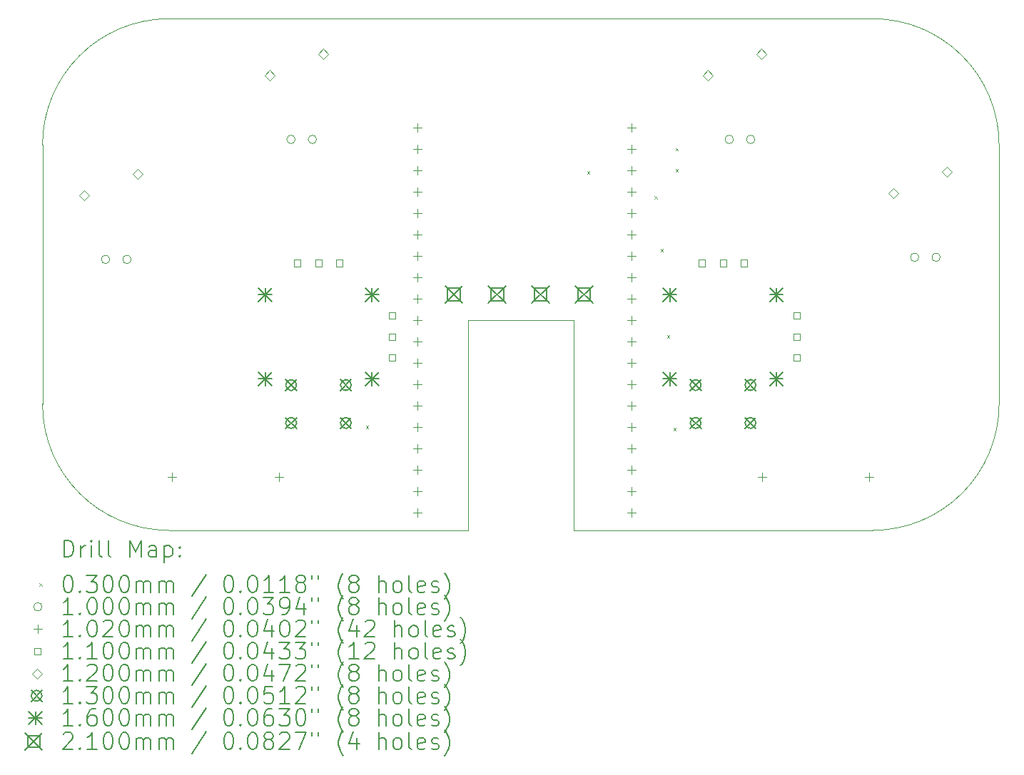
<source format=gbr>
%TF.GenerationSoftware,KiCad,Pcbnew,8.0.5*%
%TF.CreationDate,2024-11-09T14:50:25+11:00*%
%TF.ProjectId,SBRcontroller,53425263-6f6e-4747-926f-6c6c65722e6b,rev?*%
%TF.SameCoordinates,PX3d09000PY568bc30*%
%TF.FileFunction,Drillmap*%
%TF.FilePolarity,Positive*%
%FSLAX45Y45*%
G04 Gerber Fmt 4.5, Leading zero omitted, Abs format (unit mm)*
G04 Created by KiCad (PCBNEW 8.0.5) date 2024-11-09 14:50:25*
%MOMM*%
%LPD*%
G01*
G04 APERTURE LIST*
%ADD10C,0.100000*%
%ADD11C,0.200000*%
%ADD12C,0.102000*%
%ADD13C,0.110000*%
%ADD14C,0.120000*%
%ADD15C,0.130000*%
%ADD16C,0.160000*%
%ADD17C,0.210000*%
G04 APERTURE END LIST*
D10*
X2975000Y-4125000D02*
X2975000Y-1625000D01*
X2975000Y-1625000D02*
X4225000Y-1625000D01*
X7775000Y1950000D02*
G75*
G02*
X9275000Y450000I0J-1500000D01*
G01*
X-2075000Y450000D02*
G75*
G02*
X-575000Y1950000I1500000J0D01*
G01*
X9275000Y-2625000D02*
G75*
G02*
X7775000Y-4125000I-1500000J0D01*
G01*
X-2075000Y450000D02*
X-2075000Y-2625000D01*
X-575000Y-4125000D02*
X2975000Y-4125000D01*
X4225000Y-4125000D02*
X7775000Y-4125000D01*
X4225000Y-1625000D02*
X4225000Y-4125000D01*
X-575000Y-4125000D02*
G75*
G02*
X-2075000Y-2625000I0J1500000D01*
G01*
X9275000Y-2625000D02*
X9275000Y450000D01*
X7775000Y1950000D02*
X-575000Y1950000D01*
D11*
D10*
X1760000Y-2885000D02*
X1790000Y-2915000D01*
X1790000Y-2885000D02*
X1760000Y-2915000D01*
X4385000Y140000D02*
X4415000Y110000D01*
X4415000Y140000D02*
X4385000Y110000D01*
X5185000Y-160000D02*
X5215000Y-190000D01*
X5215000Y-160000D02*
X5185000Y-190000D01*
X5260000Y-785000D02*
X5290000Y-815000D01*
X5290000Y-785000D02*
X5260000Y-815000D01*
X5335000Y-1810000D02*
X5365000Y-1840000D01*
X5365000Y-1810000D02*
X5335000Y-1840000D01*
X5410000Y-2910000D02*
X5440000Y-2940000D01*
X5440000Y-2910000D02*
X5410000Y-2940000D01*
X5435000Y415000D02*
X5465000Y385000D01*
X5465000Y415000D02*
X5435000Y385000D01*
X5435000Y165000D02*
X5465000Y135000D01*
X5465000Y165000D02*
X5435000Y135000D01*
X-1277000Y-908000D02*
G75*
G02*
X-1377000Y-908000I-50000J0D01*
G01*
X-1377000Y-908000D02*
G75*
G02*
X-1277000Y-908000I50000J0D01*
G01*
X-1023000Y-908000D02*
G75*
G02*
X-1123000Y-908000I-50000J0D01*
G01*
X-1123000Y-908000D02*
G75*
G02*
X-1023000Y-908000I50000J0D01*
G01*
X923000Y517000D02*
G75*
G02*
X823000Y517000I-50000J0D01*
G01*
X823000Y517000D02*
G75*
G02*
X923000Y517000I50000J0D01*
G01*
X1177000Y517000D02*
G75*
G02*
X1077000Y517000I-50000J0D01*
G01*
X1077000Y517000D02*
G75*
G02*
X1177000Y517000I50000J0D01*
G01*
X6123000Y517000D02*
G75*
G02*
X6023000Y517000I-50000J0D01*
G01*
X6023000Y517000D02*
G75*
G02*
X6123000Y517000I50000J0D01*
G01*
X6377000Y517000D02*
G75*
G02*
X6277000Y517000I-50000J0D01*
G01*
X6277000Y517000D02*
G75*
G02*
X6377000Y517000I50000J0D01*
G01*
X8323000Y-883000D02*
G75*
G02*
X8223000Y-883000I-50000J0D01*
G01*
X8223000Y-883000D02*
G75*
G02*
X8323000Y-883000I50000J0D01*
G01*
X8577000Y-883000D02*
G75*
G02*
X8477000Y-883000I-50000J0D01*
G01*
X8477000Y-883000D02*
G75*
G02*
X8577000Y-883000I50000J0D01*
G01*
D12*
X-535000Y-3439000D02*
X-535000Y-3541000D01*
X-586000Y-3490000D02*
X-484000Y-3490000D01*
X735000Y-3439000D02*
X735000Y-3541000D01*
X684000Y-3490000D02*
X786000Y-3490000D01*
X2375000Y711000D02*
X2375000Y609000D01*
X2324000Y660000D02*
X2426000Y660000D01*
X2375000Y457000D02*
X2375000Y355000D01*
X2324000Y406000D02*
X2426000Y406000D01*
X2375000Y203000D02*
X2375000Y101000D01*
X2324000Y152000D02*
X2426000Y152000D01*
X2375000Y-51000D02*
X2375000Y-153000D01*
X2324000Y-102000D02*
X2426000Y-102000D01*
X2375000Y-305000D02*
X2375000Y-407000D01*
X2324000Y-356000D02*
X2426000Y-356000D01*
X2375000Y-559000D02*
X2375000Y-661000D01*
X2324000Y-610000D02*
X2426000Y-610000D01*
X2375000Y-813000D02*
X2375000Y-915000D01*
X2324000Y-864000D02*
X2426000Y-864000D01*
X2375000Y-1067000D02*
X2375000Y-1169000D01*
X2324000Y-1118000D02*
X2426000Y-1118000D01*
X2375000Y-1321000D02*
X2375000Y-1423000D01*
X2324000Y-1372000D02*
X2426000Y-1372000D01*
X2375000Y-1575000D02*
X2375000Y-1677000D01*
X2324000Y-1626000D02*
X2426000Y-1626000D01*
X2375000Y-1829000D02*
X2375000Y-1931000D01*
X2324000Y-1880000D02*
X2426000Y-1880000D01*
X2375000Y-2083000D02*
X2375000Y-2185000D01*
X2324000Y-2134000D02*
X2426000Y-2134000D01*
X2375000Y-2337000D02*
X2375000Y-2439000D01*
X2324000Y-2388000D02*
X2426000Y-2388000D01*
X2375000Y-2591000D02*
X2375000Y-2693000D01*
X2324000Y-2642000D02*
X2426000Y-2642000D01*
X2375000Y-2845000D02*
X2375000Y-2947000D01*
X2324000Y-2896000D02*
X2426000Y-2896000D01*
X2375000Y-3099000D02*
X2375000Y-3201000D01*
X2324000Y-3150000D02*
X2426000Y-3150000D01*
X2375000Y-3353000D02*
X2375000Y-3455000D01*
X2324000Y-3404000D02*
X2426000Y-3404000D01*
X2375000Y-3607000D02*
X2375000Y-3709000D01*
X2324000Y-3658000D02*
X2426000Y-3658000D01*
X2375000Y-3861000D02*
X2375000Y-3963000D01*
X2324000Y-3912000D02*
X2426000Y-3912000D01*
X4915000Y711000D02*
X4915000Y609000D01*
X4864000Y660000D02*
X4966000Y660000D01*
X4915000Y457000D02*
X4915000Y355000D01*
X4864000Y406000D02*
X4966000Y406000D01*
X4915000Y203000D02*
X4915000Y101000D01*
X4864000Y152000D02*
X4966000Y152000D01*
X4915000Y-51000D02*
X4915000Y-153000D01*
X4864000Y-102000D02*
X4966000Y-102000D01*
X4915000Y-305000D02*
X4915000Y-407000D01*
X4864000Y-356000D02*
X4966000Y-356000D01*
X4915000Y-559000D02*
X4915000Y-661000D01*
X4864000Y-610000D02*
X4966000Y-610000D01*
X4915000Y-813000D02*
X4915000Y-915000D01*
X4864000Y-864000D02*
X4966000Y-864000D01*
X4915000Y-1067000D02*
X4915000Y-1169000D01*
X4864000Y-1118000D02*
X4966000Y-1118000D01*
X4915000Y-1321000D02*
X4915000Y-1423000D01*
X4864000Y-1372000D02*
X4966000Y-1372000D01*
X4915000Y-1575000D02*
X4915000Y-1677000D01*
X4864000Y-1626000D02*
X4966000Y-1626000D01*
X4915000Y-1829000D02*
X4915000Y-1931000D01*
X4864000Y-1880000D02*
X4966000Y-1880000D01*
X4915000Y-2083000D02*
X4915000Y-2185000D01*
X4864000Y-2134000D02*
X4966000Y-2134000D01*
X4915000Y-2337000D02*
X4915000Y-2439000D01*
X4864000Y-2388000D02*
X4966000Y-2388000D01*
X4915000Y-2591000D02*
X4915000Y-2693000D01*
X4864000Y-2642000D02*
X4966000Y-2642000D01*
X4915000Y-2845000D02*
X4915000Y-2947000D01*
X4864000Y-2896000D02*
X4966000Y-2896000D01*
X4915000Y-3099000D02*
X4915000Y-3201000D01*
X4864000Y-3150000D02*
X4966000Y-3150000D01*
X4915000Y-3353000D02*
X4915000Y-3455000D01*
X4864000Y-3404000D02*
X4966000Y-3404000D01*
X4915000Y-3607000D02*
X4915000Y-3709000D01*
X4864000Y-3658000D02*
X4966000Y-3658000D01*
X4915000Y-3861000D02*
X4915000Y-3963000D01*
X4864000Y-3912000D02*
X4966000Y-3912000D01*
X6465000Y-3439000D02*
X6465000Y-3541000D01*
X6414000Y-3490000D02*
X6516000Y-3490000D01*
X7735000Y-3439000D02*
X7735000Y-3541000D01*
X7684000Y-3490000D02*
X7786000Y-3490000D01*
D13*
X988891Y-990891D02*
X988891Y-913109D01*
X911109Y-913109D01*
X911109Y-990891D01*
X988891Y-990891D01*
X1238891Y-990891D02*
X1238891Y-913109D01*
X1161109Y-913109D01*
X1161109Y-990891D01*
X1238891Y-990891D01*
X1488891Y-990891D02*
X1488891Y-913109D01*
X1411109Y-913109D01*
X1411109Y-990891D01*
X1488891Y-990891D01*
X2111891Y-1613891D02*
X2111891Y-1536109D01*
X2034109Y-1536109D01*
X2034109Y-1613891D01*
X2111891Y-1613891D01*
X2111891Y-1863891D02*
X2111891Y-1786109D01*
X2034109Y-1786109D01*
X2034109Y-1863891D01*
X2111891Y-1863891D01*
X2111891Y-2113891D02*
X2111891Y-2036109D01*
X2034109Y-2036109D01*
X2034109Y-2113891D01*
X2111891Y-2113891D01*
X5788891Y-990891D02*
X5788891Y-913109D01*
X5711109Y-913109D01*
X5711109Y-990891D01*
X5788891Y-990891D01*
X6038891Y-990891D02*
X6038891Y-913109D01*
X5961109Y-913109D01*
X5961109Y-990891D01*
X6038891Y-990891D01*
X6288891Y-990891D02*
X6288891Y-913109D01*
X6211109Y-913109D01*
X6211109Y-990891D01*
X6288891Y-990891D01*
X6911891Y-1613891D02*
X6911891Y-1536109D01*
X6834109Y-1536109D01*
X6834109Y-1613891D01*
X6911891Y-1613891D01*
X6911891Y-1863891D02*
X6911891Y-1786109D01*
X6834109Y-1786109D01*
X6834109Y-1863891D01*
X6911891Y-1863891D01*
X6911891Y-2113891D02*
X6911891Y-2036109D01*
X6834109Y-2036109D01*
X6834109Y-2113891D01*
X6911891Y-2113891D01*
D14*
X-1581000Y-206000D02*
X-1521000Y-146000D01*
X-1581000Y-86000D01*
X-1641000Y-146000D01*
X-1581000Y-206000D01*
X-946000Y48000D02*
X-886000Y108000D01*
X-946000Y168000D01*
X-1006000Y108000D01*
X-946000Y48000D01*
X619000Y1219000D02*
X679000Y1279000D01*
X619000Y1339000D01*
X559000Y1279000D01*
X619000Y1219000D01*
X1254000Y1473000D02*
X1314000Y1533000D01*
X1254000Y1593000D01*
X1194000Y1533000D01*
X1254000Y1473000D01*
X5819000Y1219000D02*
X5879000Y1279000D01*
X5819000Y1339000D01*
X5759000Y1279000D01*
X5819000Y1219000D01*
X6454000Y1473000D02*
X6514000Y1533000D01*
X6454000Y1593000D01*
X6394000Y1533000D01*
X6454000Y1473000D01*
X8019000Y-181000D02*
X8079000Y-121000D01*
X8019000Y-61000D01*
X7959000Y-121000D01*
X8019000Y-181000D01*
X8654000Y73000D02*
X8714000Y133000D01*
X8654000Y193000D01*
X8594000Y133000D01*
X8654000Y73000D01*
D15*
X810000Y-2335000D02*
X940000Y-2465000D01*
X940000Y-2335000D02*
X810000Y-2465000D01*
X940000Y-2400000D02*
G75*
G02*
X810000Y-2400000I-65000J0D01*
G01*
X810000Y-2400000D02*
G75*
G02*
X940000Y-2400000I65000J0D01*
G01*
X810000Y-2785000D02*
X940000Y-2915000D01*
X940000Y-2785000D02*
X810000Y-2915000D01*
X940000Y-2850000D02*
G75*
G02*
X810000Y-2850000I-65000J0D01*
G01*
X810000Y-2850000D02*
G75*
G02*
X940000Y-2850000I65000J0D01*
G01*
X1460000Y-2335000D02*
X1590000Y-2465000D01*
X1590000Y-2335000D02*
X1460000Y-2465000D01*
X1590000Y-2400000D02*
G75*
G02*
X1460000Y-2400000I-65000J0D01*
G01*
X1460000Y-2400000D02*
G75*
G02*
X1590000Y-2400000I65000J0D01*
G01*
X1460000Y-2785000D02*
X1590000Y-2915000D01*
X1590000Y-2785000D02*
X1460000Y-2915000D01*
X1590000Y-2850000D02*
G75*
G02*
X1460000Y-2850000I-65000J0D01*
G01*
X1460000Y-2850000D02*
G75*
G02*
X1590000Y-2850000I65000J0D01*
G01*
X5610000Y-2335000D02*
X5740000Y-2465000D01*
X5740000Y-2335000D02*
X5610000Y-2465000D01*
X5740000Y-2400000D02*
G75*
G02*
X5610000Y-2400000I-65000J0D01*
G01*
X5610000Y-2400000D02*
G75*
G02*
X5740000Y-2400000I65000J0D01*
G01*
X5610000Y-2785000D02*
X5740000Y-2915000D01*
X5740000Y-2785000D02*
X5610000Y-2915000D01*
X5740000Y-2850000D02*
G75*
G02*
X5610000Y-2850000I-65000J0D01*
G01*
X5610000Y-2850000D02*
G75*
G02*
X5740000Y-2850000I65000J0D01*
G01*
X6260000Y-2335000D02*
X6390000Y-2465000D01*
X6390000Y-2335000D02*
X6260000Y-2465000D01*
X6390000Y-2400000D02*
G75*
G02*
X6260000Y-2400000I-65000J0D01*
G01*
X6260000Y-2400000D02*
G75*
G02*
X6390000Y-2400000I65000J0D01*
G01*
X6260000Y-2785000D02*
X6390000Y-2915000D01*
X6390000Y-2785000D02*
X6260000Y-2915000D01*
X6390000Y-2850000D02*
G75*
G02*
X6260000Y-2850000I-65000J0D01*
G01*
X6260000Y-2850000D02*
G75*
G02*
X6390000Y-2850000I65000J0D01*
G01*
D16*
X487500Y-1245000D02*
X647500Y-1405000D01*
X647500Y-1245000D02*
X487500Y-1405000D01*
X567500Y-1245000D02*
X567500Y-1405000D01*
X487500Y-1325000D02*
X647500Y-1325000D01*
X487500Y-2245000D02*
X647500Y-2405000D01*
X647500Y-2245000D02*
X487500Y-2405000D01*
X567500Y-2245000D02*
X567500Y-2405000D01*
X487500Y-2325000D02*
X647500Y-2325000D01*
X1752500Y-1245000D02*
X1912500Y-1405000D01*
X1912500Y-1245000D02*
X1752500Y-1405000D01*
X1832500Y-1245000D02*
X1832500Y-1405000D01*
X1752500Y-1325000D02*
X1912500Y-1325000D01*
X1752500Y-2245000D02*
X1912500Y-2405000D01*
X1912500Y-2245000D02*
X1752500Y-2405000D01*
X1832500Y-2245000D02*
X1832500Y-2405000D01*
X1752500Y-2325000D02*
X1912500Y-2325000D01*
X5287500Y-1245000D02*
X5447500Y-1405000D01*
X5447500Y-1245000D02*
X5287500Y-1405000D01*
X5367500Y-1245000D02*
X5367500Y-1405000D01*
X5287500Y-1325000D02*
X5447500Y-1325000D01*
X5287500Y-2245000D02*
X5447500Y-2405000D01*
X5447500Y-2245000D02*
X5287500Y-2405000D01*
X5367500Y-2245000D02*
X5367500Y-2405000D01*
X5287500Y-2325000D02*
X5447500Y-2325000D01*
X6552500Y-1245000D02*
X6712500Y-1405000D01*
X6712500Y-1245000D02*
X6552500Y-1405000D01*
X6632500Y-1245000D02*
X6632500Y-1405000D01*
X6552500Y-1325000D02*
X6712500Y-1325000D01*
X6552500Y-2245000D02*
X6712500Y-2405000D01*
X6712500Y-2245000D02*
X6552500Y-2405000D01*
X6632500Y-2245000D02*
X6632500Y-2405000D01*
X6552500Y-2325000D02*
X6712500Y-2325000D01*
D17*
X2700000Y-1220000D02*
X2910000Y-1430000D01*
X2910000Y-1220000D02*
X2700000Y-1430000D01*
X2879247Y-1399247D02*
X2879247Y-1250753D01*
X2730753Y-1250753D01*
X2730753Y-1399247D01*
X2879247Y-1399247D01*
X3215000Y-1220000D02*
X3425000Y-1430000D01*
X3425000Y-1220000D02*
X3215000Y-1430000D01*
X3394247Y-1399247D02*
X3394247Y-1250753D01*
X3245753Y-1250753D01*
X3245753Y-1399247D01*
X3394247Y-1399247D01*
X3730000Y-1220000D02*
X3940000Y-1430000D01*
X3940000Y-1220000D02*
X3730000Y-1430000D01*
X3909247Y-1399247D02*
X3909247Y-1250753D01*
X3760753Y-1250753D01*
X3760753Y-1399247D01*
X3909247Y-1399247D01*
X4245000Y-1220000D02*
X4455000Y-1430000D01*
X4455000Y-1220000D02*
X4245000Y-1430000D01*
X4424247Y-1399247D02*
X4424247Y-1250753D01*
X4275753Y-1250753D01*
X4275753Y-1399247D01*
X4424247Y-1399247D01*
D11*
X-1819223Y-4441484D02*
X-1819223Y-4241484D01*
X-1819223Y-4241484D02*
X-1771604Y-4241484D01*
X-1771604Y-4241484D02*
X-1743033Y-4251008D01*
X-1743033Y-4251008D02*
X-1723985Y-4270055D01*
X-1723985Y-4270055D02*
X-1714461Y-4289103D01*
X-1714461Y-4289103D02*
X-1704937Y-4327198D01*
X-1704937Y-4327198D02*
X-1704937Y-4355770D01*
X-1704937Y-4355770D02*
X-1714461Y-4393865D01*
X-1714461Y-4393865D02*
X-1723985Y-4412912D01*
X-1723985Y-4412912D02*
X-1743033Y-4431960D01*
X-1743033Y-4431960D02*
X-1771604Y-4441484D01*
X-1771604Y-4441484D02*
X-1819223Y-4441484D01*
X-1619223Y-4441484D02*
X-1619223Y-4308150D01*
X-1619223Y-4346246D02*
X-1609699Y-4327198D01*
X-1609699Y-4327198D02*
X-1600176Y-4317674D01*
X-1600176Y-4317674D02*
X-1581128Y-4308150D01*
X-1581128Y-4308150D02*
X-1562080Y-4308150D01*
X-1495414Y-4441484D02*
X-1495414Y-4308150D01*
X-1495414Y-4241484D02*
X-1504937Y-4251008D01*
X-1504937Y-4251008D02*
X-1495414Y-4260531D01*
X-1495414Y-4260531D02*
X-1485890Y-4251008D01*
X-1485890Y-4251008D02*
X-1495414Y-4241484D01*
X-1495414Y-4241484D02*
X-1495414Y-4260531D01*
X-1371604Y-4441484D02*
X-1390652Y-4431960D01*
X-1390652Y-4431960D02*
X-1400176Y-4412912D01*
X-1400176Y-4412912D02*
X-1400176Y-4241484D01*
X-1266842Y-4441484D02*
X-1285890Y-4431960D01*
X-1285890Y-4431960D02*
X-1295414Y-4412912D01*
X-1295414Y-4412912D02*
X-1295414Y-4241484D01*
X-1038271Y-4441484D02*
X-1038271Y-4241484D01*
X-1038271Y-4241484D02*
X-971604Y-4384341D01*
X-971604Y-4384341D02*
X-904937Y-4241484D01*
X-904937Y-4241484D02*
X-904937Y-4441484D01*
X-723985Y-4441484D02*
X-723985Y-4336722D01*
X-723985Y-4336722D02*
X-733509Y-4317674D01*
X-733509Y-4317674D02*
X-752556Y-4308150D01*
X-752556Y-4308150D02*
X-790652Y-4308150D01*
X-790652Y-4308150D02*
X-809699Y-4317674D01*
X-723985Y-4431960D02*
X-743033Y-4441484D01*
X-743033Y-4441484D02*
X-790652Y-4441484D01*
X-790652Y-4441484D02*
X-809699Y-4431960D01*
X-809699Y-4431960D02*
X-819223Y-4412912D01*
X-819223Y-4412912D02*
X-819223Y-4393865D01*
X-819223Y-4393865D02*
X-809699Y-4374817D01*
X-809699Y-4374817D02*
X-790652Y-4365293D01*
X-790652Y-4365293D02*
X-743033Y-4365293D01*
X-743033Y-4365293D02*
X-723985Y-4355770D01*
X-628747Y-4308150D02*
X-628747Y-4508150D01*
X-628747Y-4317674D02*
X-609699Y-4308150D01*
X-609699Y-4308150D02*
X-571604Y-4308150D01*
X-571604Y-4308150D02*
X-552557Y-4317674D01*
X-552557Y-4317674D02*
X-543033Y-4327198D01*
X-543033Y-4327198D02*
X-533509Y-4346246D01*
X-533509Y-4346246D02*
X-533509Y-4403389D01*
X-533509Y-4403389D02*
X-543033Y-4422436D01*
X-543033Y-4422436D02*
X-552557Y-4431960D01*
X-552557Y-4431960D02*
X-571604Y-4441484D01*
X-571604Y-4441484D02*
X-609699Y-4441484D01*
X-609699Y-4441484D02*
X-628747Y-4431960D01*
X-447795Y-4422436D02*
X-438271Y-4431960D01*
X-438271Y-4431960D02*
X-447795Y-4441484D01*
X-447795Y-4441484D02*
X-457318Y-4431960D01*
X-457318Y-4431960D02*
X-447795Y-4422436D01*
X-447795Y-4422436D02*
X-447795Y-4441484D01*
X-447795Y-4317674D02*
X-438271Y-4327198D01*
X-438271Y-4327198D02*
X-447795Y-4336722D01*
X-447795Y-4336722D02*
X-457318Y-4327198D01*
X-457318Y-4327198D02*
X-447795Y-4317674D01*
X-447795Y-4317674D02*
X-447795Y-4336722D01*
D10*
X-2110000Y-4755000D02*
X-2080000Y-4785000D01*
X-2080000Y-4755000D02*
X-2110000Y-4785000D01*
D11*
X-1781128Y-4661484D02*
X-1762080Y-4661484D01*
X-1762080Y-4661484D02*
X-1743033Y-4671008D01*
X-1743033Y-4671008D02*
X-1733509Y-4680531D01*
X-1733509Y-4680531D02*
X-1723985Y-4699579D01*
X-1723985Y-4699579D02*
X-1714461Y-4737674D01*
X-1714461Y-4737674D02*
X-1714461Y-4785293D01*
X-1714461Y-4785293D02*
X-1723985Y-4823389D01*
X-1723985Y-4823389D02*
X-1733509Y-4842436D01*
X-1733509Y-4842436D02*
X-1743033Y-4851960D01*
X-1743033Y-4851960D02*
X-1762080Y-4861484D01*
X-1762080Y-4861484D02*
X-1781128Y-4861484D01*
X-1781128Y-4861484D02*
X-1800176Y-4851960D01*
X-1800176Y-4851960D02*
X-1809699Y-4842436D01*
X-1809699Y-4842436D02*
X-1819223Y-4823389D01*
X-1819223Y-4823389D02*
X-1828747Y-4785293D01*
X-1828747Y-4785293D02*
X-1828747Y-4737674D01*
X-1828747Y-4737674D02*
X-1819223Y-4699579D01*
X-1819223Y-4699579D02*
X-1809699Y-4680531D01*
X-1809699Y-4680531D02*
X-1800176Y-4671008D01*
X-1800176Y-4671008D02*
X-1781128Y-4661484D01*
X-1628747Y-4842436D02*
X-1619223Y-4851960D01*
X-1619223Y-4851960D02*
X-1628747Y-4861484D01*
X-1628747Y-4861484D02*
X-1638271Y-4851960D01*
X-1638271Y-4851960D02*
X-1628747Y-4842436D01*
X-1628747Y-4842436D02*
X-1628747Y-4861484D01*
X-1552556Y-4661484D02*
X-1428747Y-4661484D01*
X-1428747Y-4661484D02*
X-1495414Y-4737674D01*
X-1495414Y-4737674D02*
X-1466842Y-4737674D01*
X-1466842Y-4737674D02*
X-1447795Y-4747198D01*
X-1447795Y-4747198D02*
X-1438271Y-4756722D01*
X-1438271Y-4756722D02*
X-1428747Y-4775770D01*
X-1428747Y-4775770D02*
X-1428747Y-4823389D01*
X-1428747Y-4823389D02*
X-1438271Y-4842436D01*
X-1438271Y-4842436D02*
X-1447795Y-4851960D01*
X-1447795Y-4851960D02*
X-1466842Y-4861484D01*
X-1466842Y-4861484D02*
X-1523985Y-4861484D01*
X-1523985Y-4861484D02*
X-1543033Y-4851960D01*
X-1543033Y-4851960D02*
X-1552556Y-4842436D01*
X-1304938Y-4661484D02*
X-1285890Y-4661484D01*
X-1285890Y-4661484D02*
X-1266842Y-4671008D01*
X-1266842Y-4671008D02*
X-1257318Y-4680531D01*
X-1257318Y-4680531D02*
X-1247795Y-4699579D01*
X-1247795Y-4699579D02*
X-1238271Y-4737674D01*
X-1238271Y-4737674D02*
X-1238271Y-4785293D01*
X-1238271Y-4785293D02*
X-1247795Y-4823389D01*
X-1247795Y-4823389D02*
X-1257318Y-4842436D01*
X-1257318Y-4842436D02*
X-1266842Y-4851960D01*
X-1266842Y-4851960D02*
X-1285890Y-4861484D01*
X-1285890Y-4861484D02*
X-1304938Y-4861484D01*
X-1304938Y-4861484D02*
X-1323985Y-4851960D01*
X-1323985Y-4851960D02*
X-1333509Y-4842436D01*
X-1333509Y-4842436D02*
X-1343033Y-4823389D01*
X-1343033Y-4823389D02*
X-1352557Y-4785293D01*
X-1352557Y-4785293D02*
X-1352557Y-4737674D01*
X-1352557Y-4737674D02*
X-1343033Y-4699579D01*
X-1343033Y-4699579D02*
X-1333509Y-4680531D01*
X-1333509Y-4680531D02*
X-1323985Y-4671008D01*
X-1323985Y-4671008D02*
X-1304938Y-4661484D01*
X-1114461Y-4661484D02*
X-1095414Y-4661484D01*
X-1095414Y-4661484D02*
X-1076366Y-4671008D01*
X-1076366Y-4671008D02*
X-1066842Y-4680531D01*
X-1066842Y-4680531D02*
X-1057318Y-4699579D01*
X-1057318Y-4699579D02*
X-1047795Y-4737674D01*
X-1047795Y-4737674D02*
X-1047795Y-4785293D01*
X-1047795Y-4785293D02*
X-1057318Y-4823389D01*
X-1057318Y-4823389D02*
X-1066842Y-4842436D01*
X-1066842Y-4842436D02*
X-1076366Y-4851960D01*
X-1076366Y-4851960D02*
X-1095414Y-4861484D01*
X-1095414Y-4861484D02*
X-1114461Y-4861484D01*
X-1114461Y-4861484D02*
X-1133509Y-4851960D01*
X-1133509Y-4851960D02*
X-1143033Y-4842436D01*
X-1143033Y-4842436D02*
X-1152557Y-4823389D01*
X-1152557Y-4823389D02*
X-1162080Y-4785293D01*
X-1162080Y-4785293D02*
X-1162080Y-4737674D01*
X-1162080Y-4737674D02*
X-1152557Y-4699579D01*
X-1152557Y-4699579D02*
X-1143033Y-4680531D01*
X-1143033Y-4680531D02*
X-1133509Y-4671008D01*
X-1133509Y-4671008D02*
X-1114461Y-4661484D01*
X-962080Y-4861484D02*
X-962080Y-4728150D01*
X-962080Y-4747198D02*
X-952556Y-4737674D01*
X-952556Y-4737674D02*
X-933509Y-4728150D01*
X-933509Y-4728150D02*
X-904937Y-4728150D01*
X-904937Y-4728150D02*
X-885890Y-4737674D01*
X-885890Y-4737674D02*
X-876366Y-4756722D01*
X-876366Y-4756722D02*
X-876366Y-4861484D01*
X-876366Y-4756722D02*
X-866842Y-4737674D01*
X-866842Y-4737674D02*
X-847795Y-4728150D01*
X-847795Y-4728150D02*
X-819223Y-4728150D01*
X-819223Y-4728150D02*
X-800175Y-4737674D01*
X-800175Y-4737674D02*
X-790652Y-4756722D01*
X-790652Y-4756722D02*
X-790652Y-4861484D01*
X-695414Y-4861484D02*
X-695414Y-4728150D01*
X-695414Y-4747198D02*
X-685890Y-4737674D01*
X-685890Y-4737674D02*
X-666842Y-4728150D01*
X-666842Y-4728150D02*
X-638271Y-4728150D01*
X-638271Y-4728150D02*
X-619223Y-4737674D01*
X-619223Y-4737674D02*
X-609699Y-4756722D01*
X-609699Y-4756722D02*
X-609699Y-4861484D01*
X-609699Y-4756722D02*
X-600176Y-4737674D01*
X-600176Y-4737674D02*
X-581128Y-4728150D01*
X-581128Y-4728150D02*
X-552557Y-4728150D01*
X-552557Y-4728150D02*
X-533509Y-4737674D01*
X-533509Y-4737674D02*
X-523985Y-4756722D01*
X-523985Y-4756722D02*
X-523985Y-4861484D01*
X-133509Y-4651960D02*
X-304937Y-4909103D01*
X123634Y-4661484D02*
X142682Y-4661484D01*
X142682Y-4661484D02*
X161729Y-4671008D01*
X161729Y-4671008D02*
X171253Y-4680531D01*
X171253Y-4680531D02*
X180777Y-4699579D01*
X180777Y-4699579D02*
X190301Y-4737674D01*
X190301Y-4737674D02*
X190301Y-4785293D01*
X190301Y-4785293D02*
X180777Y-4823389D01*
X180777Y-4823389D02*
X171253Y-4842436D01*
X171253Y-4842436D02*
X161729Y-4851960D01*
X161729Y-4851960D02*
X142682Y-4861484D01*
X142682Y-4861484D02*
X123634Y-4861484D01*
X123634Y-4861484D02*
X104586Y-4851960D01*
X104586Y-4851960D02*
X95063Y-4842436D01*
X95063Y-4842436D02*
X85539Y-4823389D01*
X85539Y-4823389D02*
X76015Y-4785293D01*
X76015Y-4785293D02*
X76015Y-4737674D01*
X76015Y-4737674D02*
X85539Y-4699579D01*
X85539Y-4699579D02*
X95063Y-4680531D01*
X95063Y-4680531D02*
X104586Y-4671008D01*
X104586Y-4671008D02*
X123634Y-4661484D01*
X276015Y-4842436D02*
X285539Y-4851960D01*
X285539Y-4851960D02*
X276015Y-4861484D01*
X276015Y-4861484D02*
X266491Y-4851960D01*
X266491Y-4851960D02*
X276015Y-4842436D01*
X276015Y-4842436D02*
X276015Y-4861484D01*
X409348Y-4661484D02*
X428396Y-4661484D01*
X428396Y-4661484D02*
X447444Y-4671008D01*
X447444Y-4671008D02*
X456967Y-4680531D01*
X456967Y-4680531D02*
X466491Y-4699579D01*
X466491Y-4699579D02*
X476015Y-4737674D01*
X476015Y-4737674D02*
X476015Y-4785293D01*
X476015Y-4785293D02*
X466491Y-4823389D01*
X466491Y-4823389D02*
X456967Y-4842436D01*
X456967Y-4842436D02*
X447444Y-4851960D01*
X447444Y-4851960D02*
X428396Y-4861484D01*
X428396Y-4861484D02*
X409348Y-4861484D01*
X409348Y-4861484D02*
X390301Y-4851960D01*
X390301Y-4851960D02*
X380777Y-4842436D01*
X380777Y-4842436D02*
X371253Y-4823389D01*
X371253Y-4823389D02*
X361729Y-4785293D01*
X361729Y-4785293D02*
X361729Y-4737674D01*
X361729Y-4737674D02*
X371253Y-4699579D01*
X371253Y-4699579D02*
X380777Y-4680531D01*
X380777Y-4680531D02*
X390301Y-4671008D01*
X390301Y-4671008D02*
X409348Y-4661484D01*
X666491Y-4861484D02*
X552206Y-4861484D01*
X609348Y-4861484D02*
X609348Y-4661484D01*
X609348Y-4661484D02*
X590301Y-4690055D01*
X590301Y-4690055D02*
X571253Y-4709103D01*
X571253Y-4709103D02*
X552206Y-4718627D01*
X856967Y-4861484D02*
X742682Y-4861484D01*
X799825Y-4861484D02*
X799825Y-4661484D01*
X799825Y-4661484D02*
X780777Y-4690055D01*
X780777Y-4690055D02*
X761729Y-4709103D01*
X761729Y-4709103D02*
X742682Y-4718627D01*
X971253Y-4747198D02*
X952206Y-4737674D01*
X952206Y-4737674D02*
X942682Y-4728150D01*
X942682Y-4728150D02*
X933158Y-4709103D01*
X933158Y-4709103D02*
X933158Y-4699579D01*
X933158Y-4699579D02*
X942682Y-4680531D01*
X942682Y-4680531D02*
X952206Y-4671008D01*
X952206Y-4671008D02*
X971253Y-4661484D01*
X971253Y-4661484D02*
X1009348Y-4661484D01*
X1009348Y-4661484D02*
X1028396Y-4671008D01*
X1028396Y-4671008D02*
X1037920Y-4680531D01*
X1037920Y-4680531D02*
X1047444Y-4699579D01*
X1047444Y-4699579D02*
X1047444Y-4709103D01*
X1047444Y-4709103D02*
X1037920Y-4728150D01*
X1037920Y-4728150D02*
X1028396Y-4737674D01*
X1028396Y-4737674D02*
X1009348Y-4747198D01*
X1009348Y-4747198D02*
X971253Y-4747198D01*
X971253Y-4747198D02*
X952206Y-4756722D01*
X952206Y-4756722D02*
X942682Y-4766246D01*
X942682Y-4766246D02*
X933158Y-4785293D01*
X933158Y-4785293D02*
X933158Y-4823389D01*
X933158Y-4823389D02*
X942682Y-4842436D01*
X942682Y-4842436D02*
X952206Y-4851960D01*
X952206Y-4851960D02*
X971253Y-4861484D01*
X971253Y-4861484D02*
X1009348Y-4861484D01*
X1009348Y-4861484D02*
X1028396Y-4851960D01*
X1028396Y-4851960D02*
X1037920Y-4842436D01*
X1037920Y-4842436D02*
X1047444Y-4823389D01*
X1047444Y-4823389D02*
X1047444Y-4785293D01*
X1047444Y-4785293D02*
X1037920Y-4766246D01*
X1037920Y-4766246D02*
X1028396Y-4756722D01*
X1028396Y-4756722D02*
X1009348Y-4747198D01*
X1123634Y-4661484D02*
X1123634Y-4699579D01*
X1199825Y-4661484D02*
X1199825Y-4699579D01*
X1495063Y-4937674D02*
X1485539Y-4928150D01*
X1485539Y-4928150D02*
X1466491Y-4899579D01*
X1466491Y-4899579D02*
X1456968Y-4880531D01*
X1456968Y-4880531D02*
X1447444Y-4851960D01*
X1447444Y-4851960D02*
X1437920Y-4804341D01*
X1437920Y-4804341D02*
X1437920Y-4766246D01*
X1437920Y-4766246D02*
X1447444Y-4718627D01*
X1447444Y-4718627D02*
X1456968Y-4690055D01*
X1456968Y-4690055D02*
X1466491Y-4671008D01*
X1466491Y-4671008D02*
X1485539Y-4642436D01*
X1485539Y-4642436D02*
X1495063Y-4632912D01*
X1599825Y-4747198D02*
X1580777Y-4737674D01*
X1580777Y-4737674D02*
X1571253Y-4728150D01*
X1571253Y-4728150D02*
X1561729Y-4709103D01*
X1561729Y-4709103D02*
X1561729Y-4699579D01*
X1561729Y-4699579D02*
X1571253Y-4680531D01*
X1571253Y-4680531D02*
X1580777Y-4671008D01*
X1580777Y-4671008D02*
X1599825Y-4661484D01*
X1599825Y-4661484D02*
X1637920Y-4661484D01*
X1637920Y-4661484D02*
X1656968Y-4671008D01*
X1656968Y-4671008D02*
X1666491Y-4680531D01*
X1666491Y-4680531D02*
X1676015Y-4699579D01*
X1676015Y-4699579D02*
X1676015Y-4709103D01*
X1676015Y-4709103D02*
X1666491Y-4728150D01*
X1666491Y-4728150D02*
X1656968Y-4737674D01*
X1656968Y-4737674D02*
X1637920Y-4747198D01*
X1637920Y-4747198D02*
X1599825Y-4747198D01*
X1599825Y-4747198D02*
X1580777Y-4756722D01*
X1580777Y-4756722D02*
X1571253Y-4766246D01*
X1571253Y-4766246D02*
X1561729Y-4785293D01*
X1561729Y-4785293D02*
X1561729Y-4823389D01*
X1561729Y-4823389D02*
X1571253Y-4842436D01*
X1571253Y-4842436D02*
X1580777Y-4851960D01*
X1580777Y-4851960D02*
X1599825Y-4861484D01*
X1599825Y-4861484D02*
X1637920Y-4861484D01*
X1637920Y-4861484D02*
X1656968Y-4851960D01*
X1656968Y-4851960D02*
X1666491Y-4842436D01*
X1666491Y-4842436D02*
X1676015Y-4823389D01*
X1676015Y-4823389D02*
X1676015Y-4785293D01*
X1676015Y-4785293D02*
X1666491Y-4766246D01*
X1666491Y-4766246D02*
X1656968Y-4756722D01*
X1656968Y-4756722D02*
X1637920Y-4747198D01*
X1914110Y-4861484D02*
X1914110Y-4661484D01*
X1999825Y-4861484D02*
X1999825Y-4756722D01*
X1999825Y-4756722D02*
X1990301Y-4737674D01*
X1990301Y-4737674D02*
X1971253Y-4728150D01*
X1971253Y-4728150D02*
X1942682Y-4728150D01*
X1942682Y-4728150D02*
X1923634Y-4737674D01*
X1923634Y-4737674D02*
X1914110Y-4747198D01*
X2123634Y-4861484D02*
X2104587Y-4851960D01*
X2104587Y-4851960D02*
X2095063Y-4842436D01*
X2095063Y-4842436D02*
X2085539Y-4823389D01*
X2085539Y-4823389D02*
X2085539Y-4766246D01*
X2085539Y-4766246D02*
X2095063Y-4747198D01*
X2095063Y-4747198D02*
X2104587Y-4737674D01*
X2104587Y-4737674D02*
X2123634Y-4728150D01*
X2123634Y-4728150D02*
X2152206Y-4728150D01*
X2152206Y-4728150D02*
X2171253Y-4737674D01*
X2171253Y-4737674D02*
X2180777Y-4747198D01*
X2180777Y-4747198D02*
X2190301Y-4766246D01*
X2190301Y-4766246D02*
X2190301Y-4823389D01*
X2190301Y-4823389D02*
X2180777Y-4842436D01*
X2180777Y-4842436D02*
X2171253Y-4851960D01*
X2171253Y-4851960D02*
X2152206Y-4861484D01*
X2152206Y-4861484D02*
X2123634Y-4861484D01*
X2304587Y-4861484D02*
X2285539Y-4851960D01*
X2285539Y-4851960D02*
X2276015Y-4832912D01*
X2276015Y-4832912D02*
X2276015Y-4661484D01*
X2456968Y-4851960D02*
X2437920Y-4861484D01*
X2437920Y-4861484D02*
X2399825Y-4861484D01*
X2399825Y-4861484D02*
X2380777Y-4851960D01*
X2380777Y-4851960D02*
X2371253Y-4832912D01*
X2371253Y-4832912D02*
X2371253Y-4756722D01*
X2371253Y-4756722D02*
X2380777Y-4737674D01*
X2380777Y-4737674D02*
X2399825Y-4728150D01*
X2399825Y-4728150D02*
X2437920Y-4728150D01*
X2437920Y-4728150D02*
X2456968Y-4737674D01*
X2456968Y-4737674D02*
X2466492Y-4756722D01*
X2466492Y-4756722D02*
X2466492Y-4775770D01*
X2466492Y-4775770D02*
X2371253Y-4794817D01*
X2542682Y-4851960D02*
X2561730Y-4861484D01*
X2561730Y-4861484D02*
X2599825Y-4861484D01*
X2599825Y-4861484D02*
X2618873Y-4851960D01*
X2618873Y-4851960D02*
X2628396Y-4832912D01*
X2628396Y-4832912D02*
X2628396Y-4823389D01*
X2628396Y-4823389D02*
X2618873Y-4804341D01*
X2618873Y-4804341D02*
X2599825Y-4794817D01*
X2599825Y-4794817D02*
X2571253Y-4794817D01*
X2571253Y-4794817D02*
X2552206Y-4785293D01*
X2552206Y-4785293D02*
X2542682Y-4766246D01*
X2542682Y-4766246D02*
X2542682Y-4756722D01*
X2542682Y-4756722D02*
X2552206Y-4737674D01*
X2552206Y-4737674D02*
X2571253Y-4728150D01*
X2571253Y-4728150D02*
X2599825Y-4728150D01*
X2599825Y-4728150D02*
X2618873Y-4737674D01*
X2695063Y-4937674D02*
X2704587Y-4928150D01*
X2704587Y-4928150D02*
X2723634Y-4899579D01*
X2723634Y-4899579D02*
X2733158Y-4880531D01*
X2733158Y-4880531D02*
X2742682Y-4851960D01*
X2742682Y-4851960D02*
X2752206Y-4804341D01*
X2752206Y-4804341D02*
X2752206Y-4766246D01*
X2752206Y-4766246D02*
X2742682Y-4718627D01*
X2742682Y-4718627D02*
X2733158Y-4690055D01*
X2733158Y-4690055D02*
X2723634Y-4671008D01*
X2723634Y-4671008D02*
X2704587Y-4642436D01*
X2704587Y-4642436D02*
X2695063Y-4632912D01*
D10*
X-2080000Y-5034000D02*
G75*
G02*
X-2180000Y-5034000I-50000J0D01*
G01*
X-2180000Y-5034000D02*
G75*
G02*
X-2080000Y-5034000I50000J0D01*
G01*
D11*
X-1714461Y-5125484D02*
X-1828747Y-5125484D01*
X-1771604Y-5125484D02*
X-1771604Y-4925484D01*
X-1771604Y-4925484D02*
X-1790652Y-4954055D01*
X-1790652Y-4954055D02*
X-1809699Y-4973103D01*
X-1809699Y-4973103D02*
X-1828747Y-4982627D01*
X-1628747Y-5106436D02*
X-1619223Y-5115960D01*
X-1619223Y-5115960D02*
X-1628747Y-5125484D01*
X-1628747Y-5125484D02*
X-1638271Y-5115960D01*
X-1638271Y-5115960D02*
X-1628747Y-5106436D01*
X-1628747Y-5106436D02*
X-1628747Y-5125484D01*
X-1495414Y-4925484D02*
X-1476366Y-4925484D01*
X-1476366Y-4925484D02*
X-1457318Y-4935008D01*
X-1457318Y-4935008D02*
X-1447795Y-4944531D01*
X-1447795Y-4944531D02*
X-1438271Y-4963579D01*
X-1438271Y-4963579D02*
X-1428747Y-5001674D01*
X-1428747Y-5001674D02*
X-1428747Y-5049293D01*
X-1428747Y-5049293D02*
X-1438271Y-5087389D01*
X-1438271Y-5087389D02*
X-1447795Y-5106436D01*
X-1447795Y-5106436D02*
X-1457318Y-5115960D01*
X-1457318Y-5115960D02*
X-1476366Y-5125484D01*
X-1476366Y-5125484D02*
X-1495414Y-5125484D01*
X-1495414Y-5125484D02*
X-1514461Y-5115960D01*
X-1514461Y-5115960D02*
X-1523985Y-5106436D01*
X-1523985Y-5106436D02*
X-1533509Y-5087389D01*
X-1533509Y-5087389D02*
X-1543033Y-5049293D01*
X-1543033Y-5049293D02*
X-1543033Y-5001674D01*
X-1543033Y-5001674D02*
X-1533509Y-4963579D01*
X-1533509Y-4963579D02*
X-1523985Y-4944531D01*
X-1523985Y-4944531D02*
X-1514461Y-4935008D01*
X-1514461Y-4935008D02*
X-1495414Y-4925484D01*
X-1304938Y-4925484D02*
X-1285890Y-4925484D01*
X-1285890Y-4925484D02*
X-1266842Y-4935008D01*
X-1266842Y-4935008D02*
X-1257318Y-4944531D01*
X-1257318Y-4944531D02*
X-1247795Y-4963579D01*
X-1247795Y-4963579D02*
X-1238271Y-5001674D01*
X-1238271Y-5001674D02*
X-1238271Y-5049293D01*
X-1238271Y-5049293D02*
X-1247795Y-5087389D01*
X-1247795Y-5087389D02*
X-1257318Y-5106436D01*
X-1257318Y-5106436D02*
X-1266842Y-5115960D01*
X-1266842Y-5115960D02*
X-1285890Y-5125484D01*
X-1285890Y-5125484D02*
X-1304938Y-5125484D01*
X-1304938Y-5125484D02*
X-1323985Y-5115960D01*
X-1323985Y-5115960D02*
X-1333509Y-5106436D01*
X-1333509Y-5106436D02*
X-1343033Y-5087389D01*
X-1343033Y-5087389D02*
X-1352557Y-5049293D01*
X-1352557Y-5049293D02*
X-1352557Y-5001674D01*
X-1352557Y-5001674D02*
X-1343033Y-4963579D01*
X-1343033Y-4963579D02*
X-1333509Y-4944531D01*
X-1333509Y-4944531D02*
X-1323985Y-4935008D01*
X-1323985Y-4935008D02*
X-1304938Y-4925484D01*
X-1114461Y-4925484D02*
X-1095414Y-4925484D01*
X-1095414Y-4925484D02*
X-1076366Y-4935008D01*
X-1076366Y-4935008D02*
X-1066842Y-4944531D01*
X-1066842Y-4944531D02*
X-1057318Y-4963579D01*
X-1057318Y-4963579D02*
X-1047795Y-5001674D01*
X-1047795Y-5001674D02*
X-1047795Y-5049293D01*
X-1047795Y-5049293D02*
X-1057318Y-5087389D01*
X-1057318Y-5087389D02*
X-1066842Y-5106436D01*
X-1066842Y-5106436D02*
X-1076366Y-5115960D01*
X-1076366Y-5115960D02*
X-1095414Y-5125484D01*
X-1095414Y-5125484D02*
X-1114461Y-5125484D01*
X-1114461Y-5125484D02*
X-1133509Y-5115960D01*
X-1133509Y-5115960D02*
X-1143033Y-5106436D01*
X-1143033Y-5106436D02*
X-1152557Y-5087389D01*
X-1152557Y-5087389D02*
X-1162080Y-5049293D01*
X-1162080Y-5049293D02*
X-1162080Y-5001674D01*
X-1162080Y-5001674D02*
X-1152557Y-4963579D01*
X-1152557Y-4963579D02*
X-1143033Y-4944531D01*
X-1143033Y-4944531D02*
X-1133509Y-4935008D01*
X-1133509Y-4935008D02*
X-1114461Y-4925484D01*
X-962080Y-5125484D02*
X-962080Y-4992150D01*
X-962080Y-5011198D02*
X-952556Y-5001674D01*
X-952556Y-5001674D02*
X-933509Y-4992150D01*
X-933509Y-4992150D02*
X-904937Y-4992150D01*
X-904937Y-4992150D02*
X-885890Y-5001674D01*
X-885890Y-5001674D02*
X-876366Y-5020722D01*
X-876366Y-5020722D02*
X-876366Y-5125484D01*
X-876366Y-5020722D02*
X-866842Y-5001674D01*
X-866842Y-5001674D02*
X-847795Y-4992150D01*
X-847795Y-4992150D02*
X-819223Y-4992150D01*
X-819223Y-4992150D02*
X-800175Y-5001674D01*
X-800175Y-5001674D02*
X-790652Y-5020722D01*
X-790652Y-5020722D02*
X-790652Y-5125484D01*
X-695414Y-5125484D02*
X-695414Y-4992150D01*
X-695414Y-5011198D02*
X-685890Y-5001674D01*
X-685890Y-5001674D02*
X-666842Y-4992150D01*
X-666842Y-4992150D02*
X-638271Y-4992150D01*
X-638271Y-4992150D02*
X-619223Y-5001674D01*
X-619223Y-5001674D02*
X-609699Y-5020722D01*
X-609699Y-5020722D02*
X-609699Y-5125484D01*
X-609699Y-5020722D02*
X-600176Y-5001674D01*
X-600176Y-5001674D02*
X-581128Y-4992150D01*
X-581128Y-4992150D02*
X-552557Y-4992150D01*
X-552557Y-4992150D02*
X-533509Y-5001674D01*
X-533509Y-5001674D02*
X-523985Y-5020722D01*
X-523985Y-5020722D02*
X-523985Y-5125484D01*
X-133509Y-4915960D02*
X-304937Y-5173103D01*
X123634Y-4925484D02*
X142682Y-4925484D01*
X142682Y-4925484D02*
X161729Y-4935008D01*
X161729Y-4935008D02*
X171253Y-4944531D01*
X171253Y-4944531D02*
X180777Y-4963579D01*
X180777Y-4963579D02*
X190301Y-5001674D01*
X190301Y-5001674D02*
X190301Y-5049293D01*
X190301Y-5049293D02*
X180777Y-5087389D01*
X180777Y-5087389D02*
X171253Y-5106436D01*
X171253Y-5106436D02*
X161729Y-5115960D01*
X161729Y-5115960D02*
X142682Y-5125484D01*
X142682Y-5125484D02*
X123634Y-5125484D01*
X123634Y-5125484D02*
X104586Y-5115960D01*
X104586Y-5115960D02*
X95063Y-5106436D01*
X95063Y-5106436D02*
X85539Y-5087389D01*
X85539Y-5087389D02*
X76015Y-5049293D01*
X76015Y-5049293D02*
X76015Y-5001674D01*
X76015Y-5001674D02*
X85539Y-4963579D01*
X85539Y-4963579D02*
X95063Y-4944531D01*
X95063Y-4944531D02*
X104586Y-4935008D01*
X104586Y-4935008D02*
X123634Y-4925484D01*
X276015Y-5106436D02*
X285539Y-5115960D01*
X285539Y-5115960D02*
X276015Y-5125484D01*
X276015Y-5125484D02*
X266491Y-5115960D01*
X266491Y-5115960D02*
X276015Y-5106436D01*
X276015Y-5106436D02*
X276015Y-5125484D01*
X409348Y-4925484D02*
X428396Y-4925484D01*
X428396Y-4925484D02*
X447444Y-4935008D01*
X447444Y-4935008D02*
X456967Y-4944531D01*
X456967Y-4944531D02*
X466491Y-4963579D01*
X466491Y-4963579D02*
X476015Y-5001674D01*
X476015Y-5001674D02*
X476015Y-5049293D01*
X476015Y-5049293D02*
X466491Y-5087389D01*
X466491Y-5087389D02*
X456967Y-5106436D01*
X456967Y-5106436D02*
X447444Y-5115960D01*
X447444Y-5115960D02*
X428396Y-5125484D01*
X428396Y-5125484D02*
X409348Y-5125484D01*
X409348Y-5125484D02*
X390301Y-5115960D01*
X390301Y-5115960D02*
X380777Y-5106436D01*
X380777Y-5106436D02*
X371253Y-5087389D01*
X371253Y-5087389D02*
X361729Y-5049293D01*
X361729Y-5049293D02*
X361729Y-5001674D01*
X361729Y-5001674D02*
X371253Y-4963579D01*
X371253Y-4963579D02*
X380777Y-4944531D01*
X380777Y-4944531D02*
X390301Y-4935008D01*
X390301Y-4935008D02*
X409348Y-4925484D01*
X542682Y-4925484D02*
X666491Y-4925484D01*
X666491Y-4925484D02*
X599825Y-5001674D01*
X599825Y-5001674D02*
X628396Y-5001674D01*
X628396Y-5001674D02*
X647444Y-5011198D01*
X647444Y-5011198D02*
X656968Y-5020722D01*
X656968Y-5020722D02*
X666491Y-5039770D01*
X666491Y-5039770D02*
X666491Y-5087389D01*
X666491Y-5087389D02*
X656968Y-5106436D01*
X656968Y-5106436D02*
X647444Y-5115960D01*
X647444Y-5115960D02*
X628396Y-5125484D01*
X628396Y-5125484D02*
X571253Y-5125484D01*
X571253Y-5125484D02*
X552206Y-5115960D01*
X552206Y-5115960D02*
X542682Y-5106436D01*
X761729Y-5125484D02*
X799825Y-5125484D01*
X799825Y-5125484D02*
X818872Y-5115960D01*
X818872Y-5115960D02*
X828396Y-5106436D01*
X828396Y-5106436D02*
X847444Y-5077865D01*
X847444Y-5077865D02*
X856967Y-5039770D01*
X856967Y-5039770D02*
X856967Y-4963579D01*
X856967Y-4963579D02*
X847444Y-4944531D01*
X847444Y-4944531D02*
X837920Y-4935008D01*
X837920Y-4935008D02*
X818872Y-4925484D01*
X818872Y-4925484D02*
X780777Y-4925484D01*
X780777Y-4925484D02*
X761729Y-4935008D01*
X761729Y-4935008D02*
X752206Y-4944531D01*
X752206Y-4944531D02*
X742682Y-4963579D01*
X742682Y-4963579D02*
X742682Y-5011198D01*
X742682Y-5011198D02*
X752206Y-5030246D01*
X752206Y-5030246D02*
X761729Y-5039770D01*
X761729Y-5039770D02*
X780777Y-5049293D01*
X780777Y-5049293D02*
X818872Y-5049293D01*
X818872Y-5049293D02*
X837920Y-5039770D01*
X837920Y-5039770D02*
X847444Y-5030246D01*
X847444Y-5030246D02*
X856967Y-5011198D01*
X1028396Y-4992150D02*
X1028396Y-5125484D01*
X980777Y-4915960D02*
X933158Y-5058817D01*
X933158Y-5058817D02*
X1056968Y-5058817D01*
X1123634Y-4925484D02*
X1123634Y-4963579D01*
X1199825Y-4925484D02*
X1199825Y-4963579D01*
X1495063Y-5201674D02*
X1485539Y-5192150D01*
X1485539Y-5192150D02*
X1466491Y-5163579D01*
X1466491Y-5163579D02*
X1456968Y-5144531D01*
X1456968Y-5144531D02*
X1447444Y-5115960D01*
X1447444Y-5115960D02*
X1437920Y-5068341D01*
X1437920Y-5068341D02*
X1437920Y-5030246D01*
X1437920Y-5030246D02*
X1447444Y-4982627D01*
X1447444Y-4982627D02*
X1456968Y-4954055D01*
X1456968Y-4954055D02*
X1466491Y-4935008D01*
X1466491Y-4935008D02*
X1485539Y-4906436D01*
X1485539Y-4906436D02*
X1495063Y-4896912D01*
X1599825Y-5011198D02*
X1580777Y-5001674D01*
X1580777Y-5001674D02*
X1571253Y-4992150D01*
X1571253Y-4992150D02*
X1561729Y-4973103D01*
X1561729Y-4973103D02*
X1561729Y-4963579D01*
X1561729Y-4963579D02*
X1571253Y-4944531D01*
X1571253Y-4944531D02*
X1580777Y-4935008D01*
X1580777Y-4935008D02*
X1599825Y-4925484D01*
X1599825Y-4925484D02*
X1637920Y-4925484D01*
X1637920Y-4925484D02*
X1656968Y-4935008D01*
X1656968Y-4935008D02*
X1666491Y-4944531D01*
X1666491Y-4944531D02*
X1676015Y-4963579D01*
X1676015Y-4963579D02*
X1676015Y-4973103D01*
X1676015Y-4973103D02*
X1666491Y-4992150D01*
X1666491Y-4992150D02*
X1656968Y-5001674D01*
X1656968Y-5001674D02*
X1637920Y-5011198D01*
X1637920Y-5011198D02*
X1599825Y-5011198D01*
X1599825Y-5011198D02*
X1580777Y-5020722D01*
X1580777Y-5020722D02*
X1571253Y-5030246D01*
X1571253Y-5030246D02*
X1561729Y-5049293D01*
X1561729Y-5049293D02*
X1561729Y-5087389D01*
X1561729Y-5087389D02*
X1571253Y-5106436D01*
X1571253Y-5106436D02*
X1580777Y-5115960D01*
X1580777Y-5115960D02*
X1599825Y-5125484D01*
X1599825Y-5125484D02*
X1637920Y-5125484D01*
X1637920Y-5125484D02*
X1656968Y-5115960D01*
X1656968Y-5115960D02*
X1666491Y-5106436D01*
X1666491Y-5106436D02*
X1676015Y-5087389D01*
X1676015Y-5087389D02*
X1676015Y-5049293D01*
X1676015Y-5049293D02*
X1666491Y-5030246D01*
X1666491Y-5030246D02*
X1656968Y-5020722D01*
X1656968Y-5020722D02*
X1637920Y-5011198D01*
X1914110Y-5125484D02*
X1914110Y-4925484D01*
X1999825Y-5125484D02*
X1999825Y-5020722D01*
X1999825Y-5020722D02*
X1990301Y-5001674D01*
X1990301Y-5001674D02*
X1971253Y-4992150D01*
X1971253Y-4992150D02*
X1942682Y-4992150D01*
X1942682Y-4992150D02*
X1923634Y-5001674D01*
X1923634Y-5001674D02*
X1914110Y-5011198D01*
X2123634Y-5125484D02*
X2104587Y-5115960D01*
X2104587Y-5115960D02*
X2095063Y-5106436D01*
X2095063Y-5106436D02*
X2085539Y-5087389D01*
X2085539Y-5087389D02*
X2085539Y-5030246D01*
X2085539Y-5030246D02*
X2095063Y-5011198D01*
X2095063Y-5011198D02*
X2104587Y-5001674D01*
X2104587Y-5001674D02*
X2123634Y-4992150D01*
X2123634Y-4992150D02*
X2152206Y-4992150D01*
X2152206Y-4992150D02*
X2171253Y-5001674D01*
X2171253Y-5001674D02*
X2180777Y-5011198D01*
X2180777Y-5011198D02*
X2190301Y-5030246D01*
X2190301Y-5030246D02*
X2190301Y-5087389D01*
X2190301Y-5087389D02*
X2180777Y-5106436D01*
X2180777Y-5106436D02*
X2171253Y-5115960D01*
X2171253Y-5115960D02*
X2152206Y-5125484D01*
X2152206Y-5125484D02*
X2123634Y-5125484D01*
X2304587Y-5125484D02*
X2285539Y-5115960D01*
X2285539Y-5115960D02*
X2276015Y-5096912D01*
X2276015Y-5096912D02*
X2276015Y-4925484D01*
X2456968Y-5115960D02*
X2437920Y-5125484D01*
X2437920Y-5125484D02*
X2399825Y-5125484D01*
X2399825Y-5125484D02*
X2380777Y-5115960D01*
X2380777Y-5115960D02*
X2371253Y-5096912D01*
X2371253Y-5096912D02*
X2371253Y-5020722D01*
X2371253Y-5020722D02*
X2380777Y-5001674D01*
X2380777Y-5001674D02*
X2399825Y-4992150D01*
X2399825Y-4992150D02*
X2437920Y-4992150D01*
X2437920Y-4992150D02*
X2456968Y-5001674D01*
X2456968Y-5001674D02*
X2466492Y-5020722D01*
X2466492Y-5020722D02*
X2466492Y-5039770D01*
X2466492Y-5039770D02*
X2371253Y-5058817D01*
X2542682Y-5115960D02*
X2561730Y-5125484D01*
X2561730Y-5125484D02*
X2599825Y-5125484D01*
X2599825Y-5125484D02*
X2618873Y-5115960D01*
X2618873Y-5115960D02*
X2628396Y-5096912D01*
X2628396Y-5096912D02*
X2628396Y-5087389D01*
X2628396Y-5087389D02*
X2618873Y-5068341D01*
X2618873Y-5068341D02*
X2599825Y-5058817D01*
X2599825Y-5058817D02*
X2571253Y-5058817D01*
X2571253Y-5058817D02*
X2552206Y-5049293D01*
X2552206Y-5049293D02*
X2542682Y-5030246D01*
X2542682Y-5030246D02*
X2542682Y-5020722D01*
X2542682Y-5020722D02*
X2552206Y-5001674D01*
X2552206Y-5001674D02*
X2571253Y-4992150D01*
X2571253Y-4992150D02*
X2599825Y-4992150D01*
X2599825Y-4992150D02*
X2618873Y-5001674D01*
X2695063Y-5201674D02*
X2704587Y-5192150D01*
X2704587Y-5192150D02*
X2723634Y-5163579D01*
X2723634Y-5163579D02*
X2733158Y-5144531D01*
X2733158Y-5144531D02*
X2742682Y-5115960D01*
X2742682Y-5115960D02*
X2752206Y-5068341D01*
X2752206Y-5068341D02*
X2752206Y-5030246D01*
X2752206Y-5030246D02*
X2742682Y-4982627D01*
X2742682Y-4982627D02*
X2733158Y-4954055D01*
X2733158Y-4954055D02*
X2723634Y-4935008D01*
X2723634Y-4935008D02*
X2704587Y-4906436D01*
X2704587Y-4906436D02*
X2695063Y-4896912D01*
D12*
X-2131000Y-5247000D02*
X-2131000Y-5349000D01*
X-2182000Y-5298000D02*
X-2080000Y-5298000D01*
D11*
X-1714461Y-5389484D02*
X-1828747Y-5389484D01*
X-1771604Y-5389484D02*
X-1771604Y-5189484D01*
X-1771604Y-5189484D02*
X-1790652Y-5218055D01*
X-1790652Y-5218055D02*
X-1809699Y-5237103D01*
X-1809699Y-5237103D02*
X-1828747Y-5246627D01*
X-1628747Y-5370436D02*
X-1619223Y-5379960D01*
X-1619223Y-5379960D02*
X-1628747Y-5389484D01*
X-1628747Y-5389484D02*
X-1638271Y-5379960D01*
X-1638271Y-5379960D02*
X-1628747Y-5370436D01*
X-1628747Y-5370436D02*
X-1628747Y-5389484D01*
X-1495414Y-5189484D02*
X-1476366Y-5189484D01*
X-1476366Y-5189484D02*
X-1457318Y-5199008D01*
X-1457318Y-5199008D02*
X-1447795Y-5208531D01*
X-1447795Y-5208531D02*
X-1438271Y-5227579D01*
X-1438271Y-5227579D02*
X-1428747Y-5265674D01*
X-1428747Y-5265674D02*
X-1428747Y-5313293D01*
X-1428747Y-5313293D02*
X-1438271Y-5351389D01*
X-1438271Y-5351389D02*
X-1447795Y-5370436D01*
X-1447795Y-5370436D02*
X-1457318Y-5379960D01*
X-1457318Y-5379960D02*
X-1476366Y-5389484D01*
X-1476366Y-5389484D02*
X-1495414Y-5389484D01*
X-1495414Y-5389484D02*
X-1514461Y-5379960D01*
X-1514461Y-5379960D02*
X-1523985Y-5370436D01*
X-1523985Y-5370436D02*
X-1533509Y-5351389D01*
X-1533509Y-5351389D02*
X-1543033Y-5313293D01*
X-1543033Y-5313293D02*
X-1543033Y-5265674D01*
X-1543033Y-5265674D02*
X-1533509Y-5227579D01*
X-1533509Y-5227579D02*
X-1523985Y-5208531D01*
X-1523985Y-5208531D02*
X-1514461Y-5199008D01*
X-1514461Y-5199008D02*
X-1495414Y-5189484D01*
X-1352557Y-5208531D02*
X-1343033Y-5199008D01*
X-1343033Y-5199008D02*
X-1323985Y-5189484D01*
X-1323985Y-5189484D02*
X-1276366Y-5189484D01*
X-1276366Y-5189484D02*
X-1257318Y-5199008D01*
X-1257318Y-5199008D02*
X-1247795Y-5208531D01*
X-1247795Y-5208531D02*
X-1238271Y-5227579D01*
X-1238271Y-5227579D02*
X-1238271Y-5246627D01*
X-1238271Y-5246627D02*
X-1247795Y-5275198D01*
X-1247795Y-5275198D02*
X-1362080Y-5389484D01*
X-1362080Y-5389484D02*
X-1238271Y-5389484D01*
X-1114461Y-5189484D02*
X-1095414Y-5189484D01*
X-1095414Y-5189484D02*
X-1076366Y-5199008D01*
X-1076366Y-5199008D02*
X-1066842Y-5208531D01*
X-1066842Y-5208531D02*
X-1057318Y-5227579D01*
X-1057318Y-5227579D02*
X-1047795Y-5265674D01*
X-1047795Y-5265674D02*
X-1047795Y-5313293D01*
X-1047795Y-5313293D02*
X-1057318Y-5351389D01*
X-1057318Y-5351389D02*
X-1066842Y-5370436D01*
X-1066842Y-5370436D02*
X-1076366Y-5379960D01*
X-1076366Y-5379960D02*
X-1095414Y-5389484D01*
X-1095414Y-5389484D02*
X-1114461Y-5389484D01*
X-1114461Y-5389484D02*
X-1133509Y-5379960D01*
X-1133509Y-5379960D02*
X-1143033Y-5370436D01*
X-1143033Y-5370436D02*
X-1152557Y-5351389D01*
X-1152557Y-5351389D02*
X-1162080Y-5313293D01*
X-1162080Y-5313293D02*
X-1162080Y-5265674D01*
X-1162080Y-5265674D02*
X-1152557Y-5227579D01*
X-1152557Y-5227579D02*
X-1143033Y-5208531D01*
X-1143033Y-5208531D02*
X-1133509Y-5199008D01*
X-1133509Y-5199008D02*
X-1114461Y-5189484D01*
X-962080Y-5389484D02*
X-962080Y-5256150D01*
X-962080Y-5275198D02*
X-952556Y-5265674D01*
X-952556Y-5265674D02*
X-933509Y-5256150D01*
X-933509Y-5256150D02*
X-904937Y-5256150D01*
X-904937Y-5256150D02*
X-885890Y-5265674D01*
X-885890Y-5265674D02*
X-876366Y-5284722D01*
X-876366Y-5284722D02*
X-876366Y-5389484D01*
X-876366Y-5284722D02*
X-866842Y-5265674D01*
X-866842Y-5265674D02*
X-847795Y-5256150D01*
X-847795Y-5256150D02*
X-819223Y-5256150D01*
X-819223Y-5256150D02*
X-800175Y-5265674D01*
X-800175Y-5265674D02*
X-790652Y-5284722D01*
X-790652Y-5284722D02*
X-790652Y-5389484D01*
X-695414Y-5389484D02*
X-695414Y-5256150D01*
X-695414Y-5275198D02*
X-685890Y-5265674D01*
X-685890Y-5265674D02*
X-666842Y-5256150D01*
X-666842Y-5256150D02*
X-638271Y-5256150D01*
X-638271Y-5256150D02*
X-619223Y-5265674D01*
X-619223Y-5265674D02*
X-609699Y-5284722D01*
X-609699Y-5284722D02*
X-609699Y-5389484D01*
X-609699Y-5284722D02*
X-600176Y-5265674D01*
X-600176Y-5265674D02*
X-581128Y-5256150D01*
X-581128Y-5256150D02*
X-552557Y-5256150D01*
X-552557Y-5256150D02*
X-533509Y-5265674D01*
X-533509Y-5265674D02*
X-523985Y-5284722D01*
X-523985Y-5284722D02*
X-523985Y-5389484D01*
X-133509Y-5179960D02*
X-304937Y-5437103D01*
X123634Y-5189484D02*
X142682Y-5189484D01*
X142682Y-5189484D02*
X161729Y-5199008D01*
X161729Y-5199008D02*
X171253Y-5208531D01*
X171253Y-5208531D02*
X180777Y-5227579D01*
X180777Y-5227579D02*
X190301Y-5265674D01*
X190301Y-5265674D02*
X190301Y-5313293D01*
X190301Y-5313293D02*
X180777Y-5351389D01*
X180777Y-5351389D02*
X171253Y-5370436D01*
X171253Y-5370436D02*
X161729Y-5379960D01*
X161729Y-5379960D02*
X142682Y-5389484D01*
X142682Y-5389484D02*
X123634Y-5389484D01*
X123634Y-5389484D02*
X104586Y-5379960D01*
X104586Y-5379960D02*
X95063Y-5370436D01*
X95063Y-5370436D02*
X85539Y-5351389D01*
X85539Y-5351389D02*
X76015Y-5313293D01*
X76015Y-5313293D02*
X76015Y-5265674D01*
X76015Y-5265674D02*
X85539Y-5227579D01*
X85539Y-5227579D02*
X95063Y-5208531D01*
X95063Y-5208531D02*
X104586Y-5199008D01*
X104586Y-5199008D02*
X123634Y-5189484D01*
X276015Y-5370436D02*
X285539Y-5379960D01*
X285539Y-5379960D02*
X276015Y-5389484D01*
X276015Y-5389484D02*
X266491Y-5379960D01*
X266491Y-5379960D02*
X276015Y-5370436D01*
X276015Y-5370436D02*
X276015Y-5389484D01*
X409348Y-5189484D02*
X428396Y-5189484D01*
X428396Y-5189484D02*
X447444Y-5199008D01*
X447444Y-5199008D02*
X456967Y-5208531D01*
X456967Y-5208531D02*
X466491Y-5227579D01*
X466491Y-5227579D02*
X476015Y-5265674D01*
X476015Y-5265674D02*
X476015Y-5313293D01*
X476015Y-5313293D02*
X466491Y-5351389D01*
X466491Y-5351389D02*
X456967Y-5370436D01*
X456967Y-5370436D02*
X447444Y-5379960D01*
X447444Y-5379960D02*
X428396Y-5389484D01*
X428396Y-5389484D02*
X409348Y-5389484D01*
X409348Y-5389484D02*
X390301Y-5379960D01*
X390301Y-5379960D02*
X380777Y-5370436D01*
X380777Y-5370436D02*
X371253Y-5351389D01*
X371253Y-5351389D02*
X361729Y-5313293D01*
X361729Y-5313293D02*
X361729Y-5265674D01*
X361729Y-5265674D02*
X371253Y-5227579D01*
X371253Y-5227579D02*
X380777Y-5208531D01*
X380777Y-5208531D02*
X390301Y-5199008D01*
X390301Y-5199008D02*
X409348Y-5189484D01*
X647444Y-5256150D02*
X647444Y-5389484D01*
X599825Y-5179960D02*
X552206Y-5322817D01*
X552206Y-5322817D02*
X676015Y-5322817D01*
X790301Y-5189484D02*
X809348Y-5189484D01*
X809348Y-5189484D02*
X828396Y-5199008D01*
X828396Y-5199008D02*
X837920Y-5208531D01*
X837920Y-5208531D02*
X847444Y-5227579D01*
X847444Y-5227579D02*
X856967Y-5265674D01*
X856967Y-5265674D02*
X856967Y-5313293D01*
X856967Y-5313293D02*
X847444Y-5351389D01*
X847444Y-5351389D02*
X837920Y-5370436D01*
X837920Y-5370436D02*
X828396Y-5379960D01*
X828396Y-5379960D02*
X809348Y-5389484D01*
X809348Y-5389484D02*
X790301Y-5389484D01*
X790301Y-5389484D02*
X771253Y-5379960D01*
X771253Y-5379960D02*
X761729Y-5370436D01*
X761729Y-5370436D02*
X752206Y-5351389D01*
X752206Y-5351389D02*
X742682Y-5313293D01*
X742682Y-5313293D02*
X742682Y-5265674D01*
X742682Y-5265674D02*
X752206Y-5227579D01*
X752206Y-5227579D02*
X761729Y-5208531D01*
X761729Y-5208531D02*
X771253Y-5199008D01*
X771253Y-5199008D02*
X790301Y-5189484D01*
X933158Y-5208531D02*
X942682Y-5199008D01*
X942682Y-5199008D02*
X961729Y-5189484D01*
X961729Y-5189484D02*
X1009348Y-5189484D01*
X1009348Y-5189484D02*
X1028396Y-5199008D01*
X1028396Y-5199008D02*
X1037920Y-5208531D01*
X1037920Y-5208531D02*
X1047444Y-5227579D01*
X1047444Y-5227579D02*
X1047444Y-5246627D01*
X1047444Y-5246627D02*
X1037920Y-5275198D01*
X1037920Y-5275198D02*
X923634Y-5389484D01*
X923634Y-5389484D02*
X1047444Y-5389484D01*
X1123634Y-5189484D02*
X1123634Y-5227579D01*
X1199825Y-5189484D02*
X1199825Y-5227579D01*
X1495063Y-5465674D02*
X1485539Y-5456150D01*
X1485539Y-5456150D02*
X1466491Y-5427579D01*
X1466491Y-5427579D02*
X1456968Y-5408531D01*
X1456968Y-5408531D02*
X1447444Y-5379960D01*
X1447444Y-5379960D02*
X1437920Y-5332341D01*
X1437920Y-5332341D02*
X1437920Y-5294246D01*
X1437920Y-5294246D02*
X1447444Y-5246627D01*
X1447444Y-5246627D02*
X1456968Y-5218055D01*
X1456968Y-5218055D02*
X1466491Y-5199008D01*
X1466491Y-5199008D02*
X1485539Y-5170436D01*
X1485539Y-5170436D02*
X1495063Y-5160912D01*
X1656968Y-5256150D02*
X1656968Y-5389484D01*
X1609348Y-5179960D02*
X1561729Y-5322817D01*
X1561729Y-5322817D02*
X1685539Y-5322817D01*
X1752206Y-5208531D02*
X1761729Y-5199008D01*
X1761729Y-5199008D02*
X1780777Y-5189484D01*
X1780777Y-5189484D02*
X1828396Y-5189484D01*
X1828396Y-5189484D02*
X1847444Y-5199008D01*
X1847444Y-5199008D02*
X1856968Y-5208531D01*
X1856968Y-5208531D02*
X1866491Y-5227579D01*
X1866491Y-5227579D02*
X1866491Y-5246627D01*
X1866491Y-5246627D02*
X1856968Y-5275198D01*
X1856968Y-5275198D02*
X1742682Y-5389484D01*
X1742682Y-5389484D02*
X1866491Y-5389484D01*
X2104587Y-5389484D02*
X2104587Y-5189484D01*
X2190301Y-5389484D02*
X2190301Y-5284722D01*
X2190301Y-5284722D02*
X2180777Y-5265674D01*
X2180777Y-5265674D02*
X2161730Y-5256150D01*
X2161730Y-5256150D02*
X2133158Y-5256150D01*
X2133158Y-5256150D02*
X2114111Y-5265674D01*
X2114111Y-5265674D02*
X2104587Y-5275198D01*
X2314111Y-5389484D02*
X2295063Y-5379960D01*
X2295063Y-5379960D02*
X2285539Y-5370436D01*
X2285539Y-5370436D02*
X2276015Y-5351389D01*
X2276015Y-5351389D02*
X2276015Y-5294246D01*
X2276015Y-5294246D02*
X2285539Y-5275198D01*
X2285539Y-5275198D02*
X2295063Y-5265674D01*
X2295063Y-5265674D02*
X2314111Y-5256150D01*
X2314111Y-5256150D02*
X2342682Y-5256150D01*
X2342682Y-5256150D02*
X2361730Y-5265674D01*
X2361730Y-5265674D02*
X2371253Y-5275198D01*
X2371253Y-5275198D02*
X2380777Y-5294246D01*
X2380777Y-5294246D02*
X2380777Y-5351389D01*
X2380777Y-5351389D02*
X2371253Y-5370436D01*
X2371253Y-5370436D02*
X2361730Y-5379960D01*
X2361730Y-5379960D02*
X2342682Y-5389484D01*
X2342682Y-5389484D02*
X2314111Y-5389484D01*
X2495063Y-5389484D02*
X2476015Y-5379960D01*
X2476015Y-5379960D02*
X2466492Y-5360912D01*
X2466492Y-5360912D02*
X2466492Y-5189484D01*
X2647444Y-5379960D02*
X2628396Y-5389484D01*
X2628396Y-5389484D02*
X2590301Y-5389484D01*
X2590301Y-5389484D02*
X2571253Y-5379960D01*
X2571253Y-5379960D02*
X2561730Y-5360912D01*
X2561730Y-5360912D02*
X2561730Y-5284722D01*
X2561730Y-5284722D02*
X2571253Y-5265674D01*
X2571253Y-5265674D02*
X2590301Y-5256150D01*
X2590301Y-5256150D02*
X2628396Y-5256150D01*
X2628396Y-5256150D02*
X2647444Y-5265674D01*
X2647444Y-5265674D02*
X2656968Y-5284722D01*
X2656968Y-5284722D02*
X2656968Y-5303770D01*
X2656968Y-5303770D02*
X2561730Y-5322817D01*
X2733158Y-5379960D02*
X2752206Y-5389484D01*
X2752206Y-5389484D02*
X2790301Y-5389484D01*
X2790301Y-5389484D02*
X2809349Y-5379960D01*
X2809349Y-5379960D02*
X2818872Y-5360912D01*
X2818872Y-5360912D02*
X2818872Y-5351389D01*
X2818872Y-5351389D02*
X2809349Y-5332341D01*
X2809349Y-5332341D02*
X2790301Y-5322817D01*
X2790301Y-5322817D02*
X2761730Y-5322817D01*
X2761730Y-5322817D02*
X2742682Y-5313293D01*
X2742682Y-5313293D02*
X2733158Y-5294246D01*
X2733158Y-5294246D02*
X2733158Y-5284722D01*
X2733158Y-5284722D02*
X2742682Y-5265674D01*
X2742682Y-5265674D02*
X2761730Y-5256150D01*
X2761730Y-5256150D02*
X2790301Y-5256150D01*
X2790301Y-5256150D02*
X2809349Y-5265674D01*
X2885539Y-5465674D02*
X2895063Y-5456150D01*
X2895063Y-5456150D02*
X2914111Y-5427579D01*
X2914111Y-5427579D02*
X2923634Y-5408531D01*
X2923634Y-5408531D02*
X2933158Y-5379960D01*
X2933158Y-5379960D02*
X2942682Y-5332341D01*
X2942682Y-5332341D02*
X2942682Y-5294246D01*
X2942682Y-5294246D02*
X2933158Y-5246627D01*
X2933158Y-5246627D02*
X2923634Y-5218055D01*
X2923634Y-5218055D02*
X2914111Y-5199008D01*
X2914111Y-5199008D02*
X2895063Y-5170436D01*
X2895063Y-5170436D02*
X2885539Y-5160912D01*
D13*
X-2096109Y-5600891D02*
X-2096109Y-5523109D01*
X-2173891Y-5523109D01*
X-2173891Y-5600891D01*
X-2096109Y-5600891D01*
D11*
X-1714461Y-5653484D02*
X-1828747Y-5653484D01*
X-1771604Y-5653484D02*
X-1771604Y-5453484D01*
X-1771604Y-5453484D02*
X-1790652Y-5482055D01*
X-1790652Y-5482055D02*
X-1809699Y-5501103D01*
X-1809699Y-5501103D02*
X-1828747Y-5510627D01*
X-1628747Y-5634436D02*
X-1619223Y-5643960D01*
X-1619223Y-5643960D02*
X-1628747Y-5653484D01*
X-1628747Y-5653484D02*
X-1638271Y-5643960D01*
X-1638271Y-5643960D02*
X-1628747Y-5634436D01*
X-1628747Y-5634436D02*
X-1628747Y-5653484D01*
X-1428747Y-5653484D02*
X-1543033Y-5653484D01*
X-1485890Y-5653484D02*
X-1485890Y-5453484D01*
X-1485890Y-5453484D02*
X-1504937Y-5482055D01*
X-1504937Y-5482055D02*
X-1523985Y-5501103D01*
X-1523985Y-5501103D02*
X-1543033Y-5510627D01*
X-1304938Y-5453484D02*
X-1285890Y-5453484D01*
X-1285890Y-5453484D02*
X-1266842Y-5463008D01*
X-1266842Y-5463008D02*
X-1257318Y-5472531D01*
X-1257318Y-5472531D02*
X-1247795Y-5491579D01*
X-1247795Y-5491579D02*
X-1238271Y-5529674D01*
X-1238271Y-5529674D02*
X-1238271Y-5577293D01*
X-1238271Y-5577293D02*
X-1247795Y-5615388D01*
X-1247795Y-5615388D02*
X-1257318Y-5634436D01*
X-1257318Y-5634436D02*
X-1266842Y-5643960D01*
X-1266842Y-5643960D02*
X-1285890Y-5653484D01*
X-1285890Y-5653484D02*
X-1304938Y-5653484D01*
X-1304938Y-5653484D02*
X-1323985Y-5643960D01*
X-1323985Y-5643960D02*
X-1333509Y-5634436D01*
X-1333509Y-5634436D02*
X-1343033Y-5615388D01*
X-1343033Y-5615388D02*
X-1352557Y-5577293D01*
X-1352557Y-5577293D02*
X-1352557Y-5529674D01*
X-1352557Y-5529674D02*
X-1343033Y-5491579D01*
X-1343033Y-5491579D02*
X-1333509Y-5472531D01*
X-1333509Y-5472531D02*
X-1323985Y-5463008D01*
X-1323985Y-5463008D02*
X-1304938Y-5453484D01*
X-1114461Y-5453484D02*
X-1095414Y-5453484D01*
X-1095414Y-5453484D02*
X-1076366Y-5463008D01*
X-1076366Y-5463008D02*
X-1066842Y-5472531D01*
X-1066842Y-5472531D02*
X-1057318Y-5491579D01*
X-1057318Y-5491579D02*
X-1047795Y-5529674D01*
X-1047795Y-5529674D02*
X-1047795Y-5577293D01*
X-1047795Y-5577293D02*
X-1057318Y-5615388D01*
X-1057318Y-5615388D02*
X-1066842Y-5634436D01*
X-1066842Y-5634436D02*
X-1076366Y-5643960D01*
X-1076366Y-5643960D02*
X-1095414Y-5653484D01*
X-1095414Y-5653484D02*
X-1114461Y-5653484D01*
X-1114461Y-5653484D02*
X-1133509Y-5643960D01*
X-1133509Y-5643960D02*
X-1143033Y-5634436D01*
X-1143033Y-5634436D02*
X-1152557Y-5615388D01*
X-1152557Y-5615388D02*
X-1162080Y-5577293D01*
X-1162080Y-5577293D02*
X-1162080Y-5529674D01*
X-1162080Y-5529674D02*
X-1152557Y-5491579D01*
X-1152557Y-5491579D02*
X-1143033Y-5472531D01*
X-1143033Y-5472531D02*
X-1133509Y-5463008D01*
X-1133509Y-5463008D02*
X-1114461Y-5453484D01*
X-962080Y-5653484D02*
X-962080Y-5520150D01*
X-962080Y-5539198D02*
X-952556Y-5529674D01*
X-952556Y-5529674D02*
X-933509Y-5520150D01*
X-933509Y-5520150D02*
X-904937Y-5520150D01*
X-904937Y-5520150D02*
X-885890Y-5529674D01*
X-885890Y-5529674D02*
X-876366Y-5548722D01*
X-876366Y-5548722D02*
X-876366Y-5653484D01*
X-876366Y-5548722D02*
X-866842Y-5529674D01*
X-866842Y-5529674D02*
X-847795Y-5520150D01*
X-847795Y-5520150D02*
X-819223Y-5520150D01*
X-819223Y-5520150D02*
X-800175Y-5529674D01*
X-800175Y-5529674D02*
X-790652Y-5548722D01*
X-790652Y-5548722D02*
X-790652Y-5653484D01*
X-695414Y-5653484D02*
X-695414Y-5520150D01*
X-695414Y-5539198D02*
X-685890Y-5529674D01*
X-685890Y-5529674D02*
X-666842Y-5520150D01*
X-666842Y-5520150D02*
X-638271Y-5520150D01*
X-638271Y-5520150D02*
X-619223Y-5529674D01*
X-619223Y-5529674D02*
X-609699Y-5548722D01*
X-609699Y-5548722D02*
X-609699Y-5653484D01*
X-609699Y-5548722D02*
X-600176Y-5529674D01*
X-600176Y-5529674D02*
X-581128Y-5520150D01*
X-581128Y-5520150D02*
X-552557Y-5520150D01*
X-552557Y-5520150D02*
X-533509Y-5529674D01*
X-533509Y-5529674D02*
X-523985Y-5548722D01*
X-523985Y-5548722D02*
X-523985Y-5653484D01*
X-133509Y-5443960D02*
X-304937Y-5701103D01*
X123634Y-5453484D02*
X142682Y-5453484D01*
X142682Y-5453484D02*
X161729Y-5463008D01*
X161729Y-5463008D02*
X171253Y-5472531D01*
X171253Y-5472531D02*
X180777Y-5491579D01*
X180777Y-5491579D02*
X190301Y-5529674D01*
X190301Y-5529674D02*
X190301Y-5577293D01*
X190301Y-5577293D02*
X180777Y-5615388D01*
X180777Y-5615388D02*
X171253Y-5634436D01*
X171253Y-5634436D02*
X161729Y-5643960D01*
X161729Y-5643960D02*
X142682Y-5653484D01*
X142682Y-5653484D02*
X123634Y-5653484D01*
X123634Y-5653484D02*
X104586Y-5643960D01*
X104586Y-5643960D02*
X95063Y-5634436D01*
X95063Y-5634436D02*
X85539Y-5615388D01*
X85539Y-5615388D02*
X76015Y-5577293D01*
X76015Y-5577293D02*
X76015Y-5529674D01*
X76015Y-5529674D02*
X85539Y-5491579D01*
X85539Y-5491579D02*
X95063Y-5472531D01*
X95063Y-5472531D02*
X104586Y-5463008D01*
X104586Y-5463008D02*
X123634Y-5453484D01*
X276015Y-5634436D02*
X285539Y-5643960D01*
X285539Y-5643960D02*
X276015Y-5653484D01*
X276015Y-5653484D02*
X266491Y-5643960D01*
X266491Y-5643960D02*
X276015Y-5634436D01*
X276015Y-5634436D02*
X276015Y-5653484D01*
X409348Y-5453484D02*
X428396Y-5453484D01*
X428396Y-5453484D02*
X447444Y-5463008D01*
X447444Y-5463008D02*
X456967Y-5472531D01*
X456967Y-5472531D02*
X466491Y-5491579D01*
X466491Y-5491579D02*
X476015Y-5529674D01*
X476015Y-5529674D02*
X476015Y-5577293D01*
X476015Y-5577293D02*
X466491Y-5615388D01*
X466491Y-5615388D02*
X456967Y-5634436D01*
X456967Y-5634436D02*
X447444Y-5643960D01*
X447444Y-5643960D02*
X428396Y-5653484D01*
X428396Y-5653484D02*
X409348Y-5653484D01*
X409348Y-5653484D02*
X390301Y-5643960D01*
X390301Y-5643960D02*
X380777Y-5634436D01*
X380777Y-5634436D02*
X371253Y-5615388D01*
X371253Y-5615388D02*
X361729Y-5577293D01*
X361729Y-5577293D02*
X361729Y-5529674D01*
X361729Y-5529674D02*
X371253Y-5491579D01*
X371253Y-5491579D02*
X380777Y-5472531D01*
X380777Y-5472531D02*
X390301Y-5463008D01*
X390301Y-5463008D02*
X409348Y-5453484D01*
X647444Y-5520150D02*
X647444Y-5653484D01*
X599825Y-5443960D02*
X552206Y-5586817D01*
X552206Y-5586817D02*
X676015Y-5586817D01*
X733158Y-5453484D02*
X856967Y-5453484D01*
X856967Y-5453484D02*
X790301Y-5529674D01*
X790301Y-5529674D02*
X818872Y-5529674D01*
X818872Y-5529674D02*
X837920Y-5539198D01*
X837920Y-5539198D02*
X847444Y-5548722D01*
X847444Y-5548722D02*
X856967Y-5567770D01*
X856967Y-5567770D02*
X856967Y-5615388D01*
X856967Y-5615388D02*
X847444Y-5634436D01*
X847444Y-5634436D02*
X837920Y-5643960D01*
X837920Y-5643960D02*
X818872Y-5653484D01*
X818872Y-5653484D02*
X761729Y-5653484D01*
X761729Y-5653484D02*
X742682Y-5643960D01*
X742682Y-5643960D02*
X733158Y-5634436D01*
X923634Y-5453484D02*
X1047444Y-5453484D01*
X1047444Y-5453484D02*
X980777Y-5529674D01*
X980777Y-5529674D02*
X1009348Y-5529674D01*
X1009348Y-5529674D02*
X1028396Y-5539198D01*
X1028396Y-5539198D02*
X1037920Y-5548722D01*
X1037920Y-5548722D02*
X1047444Y-5567770D01*
X1047444Y-5567770D02*
X1047444Y-5615388D01*
X1047444Y-5615388D02*
X1037920Y-5634436D01*
X1037920Y-5634436D02*
X1028396Y-5643960D01*
X1028396Y-5643960D02*
X1009348Y-5653484D01*
X1009348Y-5653484D02*
X952206Y-5653484D01*
X952206Y-5653484D02*
X933158Y-5643960D01*
X933158Y-5643960D02*
X923634Y-5634436D01*
X1123634Y-5453484D02*
X1123634Y-5491579D01*
X1199825Y-5453484D02*
X1199825Y-5491579D01*
X1495063Y-5729674D02*
X1485539Y-5720150D01*
X1485539Y-5720150D02*
X1466491Y-5691579D01*
X1466491Y-5691579D02*
X1456968Y-5672531D01*
X1456968Y-5672531D02*
X1447444Y-5643960D01*
X1447444Y-5643960D02*
X1437920Y-5596341D01*
X1437920Y-5596341D02*
X1437920Y-5558246D01*
X1437920Y-5558246D02*
X1447444Y-5510627D01*
X1447444Y-5510627D02*
X1456968Y-5482055D01*
X1456968Y-5482055D02*
X1466491Y-5463008D01*
X1466491Y-5463008D02*
X1485539Y-5434436D01*
X1485539Y-5434436D02*
X1495063Y-5424912D01*
X1676015Y-5653484D02*
X1561729Y-5653484D01*
X1618872Y-5653484D02*
X1618872Y-5453484D01*
X1618872Y-5453484D02*
X1599825Y-5482055D01*
X1599825Y-5482055D02*
X1580777Y-5501103D01*
X1580777Y-5501103D02*
X1561729Y-5510627D01*
X1752206Y-5472531D02*
X1761729Y-5463008D01*
X1761729Y-5463008D02*
X1780777Y-5453484D01*
X1780777Y-5453484D02*
X1828396Y-5453484D01*
X1828396Y-5453484D02*
X1847444Y-5463008D01*
X1847444Y-5463008D02*
X1856968Y-5472531D01*
X1856968Y-5472531D02*
X1866491Y-5491579D01*
X1866491Y-5491579D02*
X1866491Y-5510627D01*
X1866491Y-5510627D02*
X1856968Y-5539198D01*
X1856968Y-5539198D02*
X1742682Y-5653484D01*
X1742682Y-5653484D02*
X1866491Y-5653484D01*
X2104587Y-5653484D02*
X2104587Y-5453484D01*
X2190301Y-5653484D02*
X2190301Y-5548722D01*
X2190301Y-5548722D02*
X2180777Y-5529674D01*
X2180777Y-5529674D02*
X2161730Y-5520150D01*
X2161730Y-5520150D02*
X2133158Y-5520150D01*
X2133158Y-5520150D02*
X2114111Y-5529674D01*
X2114111Y-5529674D02*
X2104587Y-5539198D01*
X2314111Y-5653484D02*
X2295063Y-5643960D01*
X2295063Y-5643960D02*
X2285539Y-5634436D01*
X2285539Y-5634436D02*
X2276015Y-5615388D01*
X2276015Y-5615388D02*
X2276015Y-5558246D01*
X2276015Y-5558246D02*
X2285539Y-5539198D01*
X2285539Y-5539198D02*
X2295063Y-5529674D01*
X2295063Y-5529674D02*
X2314111Y-5520150D01*
X2314111Y-5520150D02*
X2342682Y-5520150D01*
X2342682Y-5520150D02*
X2361730Y-5529674D01*
X2361730Y-5529674D02*
X2371253Y-5539198D01*
X2371253Y-5539198D02*
X2380777Y-5558246D01*
X2380777Y-5558246D02*
X2380777Y-5615388D01*
X2380777Y-5615388D02*
X2371253Y-5634436D01*
X2371253Y-5634436D02*
X2361730Y-5643960D01*
X2361730Y-5643960D02*
X2342682Y-5653484D01*
X2342682Y-5653484D02*
X2314111Y-5653484D01*
X2495063Y-5653484D02*
X2476015Y-5643960D01*
X2476015Y-5643960D02*
X2466492Y-5624912D01*
X2466492Y-5624912D02*
X2466492Y-5453484D01*
X2647444Y-5643960D02*
X2628396Y-5653484D01*
X2628396Y-5653484D02*
X2590301Y-5653484D01*
X2590301Y-5653484D02*
X2571253Y-5643960D01*
X2571253Y-5643960D02*
X2561730Y-5624912D01*
X2561730Y-5624912D02*
X2561730Y-5548722D01*
X2561730Y-5548722D02*
X2571253Y-5529674D01*
X2571253Y-5529674D02*
X2590301Y-5520150D01*
X2590301Y-5520150D02*
X2628396Y-5520150D01*
X2628396Y-5520150D02*
X2647444Y-5529674D01*
X2647444Y-5529674D02*
X2656968Y-5548722D01*
X2656968Y-5548722D02*
X2656968Y-5567770D01*
X2656968Y-5567770D02*
X2561730Y-5586817D01*
X2733158Y-5643960D02*
X2752206Y-5653484D01*
X2752206Y-5653484D02*
X2790301Y-5653484D01*
X2790301Y-5653484D02*
X2809349Y-5643960D01*
X2809349Y-5643960D02*
X2818872Y-5624912D01*
X2818872Y-5624912D02*
X2818872Y-5615388D01*
X2818872Y-5615388D02*
X2809349Y-5596341D01*
X2809349Y-5596341D02*
X2790301Y-5586817D01*
X2790301Y-5586817D02*
X2761730Y-5586817D01*
X2761730Y-5586817D02*
X2742682Y-5577293D01*
X2742682Y-5577293D02*
X2733158Y-5558246D01*
X2733158Y-5558246D02*
X2733158Y-5548722D01*
X2733158Y-5548722D02*
X2742682Y-5529674D01*
X2742682Y-5529674D02*
X2761730Y-5520150D01*
X2761730Y-5520150D02*
X2790301Y-5520150D01*
X2790301Y-5520150D02*
X2809349Y-5529674D01*
X2885539Y-5729674D02*
X2895063Y-5720150D01*
X2895063Y-5720150D02*
X2914111Y-5691579D01*
X2914111Y-5691579D02*
X2923634Y-5672531D01*
X2923634Y-5672531D02*
X2933158Y-5643960D01*
X2933158Y-5643960D02*
X2942682Y-5596341D01*
X2942682Y-5596341D02*
X2942682Y-5558246D01*
X2942682Y-5558246D02*
X2933158Y-5510627D01*
X2933158Y-5510627D02*
X2923634Y-5482055D01*
X2923634Y-5482055D02*
X2914111Y-5463008D01*
X2914111Y-5463008D02*
X2895063Y-5434436D01*
X2895063Y-5434436D02*
X2885539Y-5424912D01*
D14*
X-2140000Y-5886000D02*
X-2080000Y-5826000D01*
X-2140000Y-5766000D01*
X-2200000Y-5826000D01*
X-2140000Y-5886000D01*
D11*
X-1714461Y-5917484D02*
X-1828747Y-5917484D01*
X-1771604Y-5917484D02*
X-1771604Y-5717484D01*
X-1771604Y-5717484D02*
X-1790652Y-5746055D01*
X-1790652Y-5746055D02*
X-1809699Y-5765103D01*
X-1809699Y-5765103D02*
X-1828747Y-5774627D01*
X-1628747Y-5898436D02*
X-1619223Y-5907960D01*
X-1619223Y-5907960D02*
X-1628747Y-5917484D01*
X-1628747Y-5917484D02*
X-1638271Y-5907960D01*
X-1638271Y-5907960D02*
X-1628747Y-5898436D01*
X-1628747Y-5898436D02*
X-1628747Y-5917484D01*
X-1543033Y-5736531D02*
X-1533509Y-5727008D01*
X-1533509Y-5727008D02*
X-1514461Y-5717484D01*
X-1514461Y-5717484D02*
X-1466842Y-5717484D01*
X-1466842Y-5717484D02*
X-1447795Y-5727008D01*
X-1447795Y-5727008D02*
X-1438271Y-5736531D01*
X-1438271Y-5736531D02*
X-1428747Y-5755579D01*
X-1428747Y-5755579D02*
X-1428747Y-5774627D01*
X-1428747Y-5774627D02*
X-1438271Y-5803198D01*
X-1438271Y-5803198D02*
X-1552556Y-5917484D01*
X-1552556Y-5917484D02*
X-1428747Y-5917484D01*
X-1304938Y-5717484D02*
X-1285890Y-5717484D01*
X-1285890Y-5717484D02*
X-1266842Y-5727008D01*
X-1266842Y-5727008D02*
X-1257318Y-5736531D01*
X-1257318Y-5736531D02*
X-1247795Y-5755579D01*
X-1247795Y-5755579D02*
X-1238271Y-5793674D01*
X-1238271Y-5793674D02*
X-1238271Y-5841293D01*
X-1238271Y-5841293D02*
X-1247795Y-5879388D01*
X-1247795Y-5879388D02*
X-1257318Y-5898436D01*
X-1257318Y-5898436D02*
X-1266842Y-5907960D01*
X-1266842Y-5907960D02*
X-1285890Y-5917484D01*
X-1285890Y-5917484D02*
X-1304938Y-5917484D01*
X-1304938Y-5917484D02*
X-1323985Y-5907960D01*
X-1323985Y-5907960D02*
X-1333509Y-5898436D01*
X-1333509Y-5898436D02*
X-1343033Y-5879388D01*
X-1343033Y-5879388D02*
X-1352557Y-5841293D01*
X-1352557Y-5841293D02*
X-1352557Y-5793674D01*
X-1352557Y-5793674D02*
X-1343033Y-5755579D01*
X-1343033Y-5755579D02*
X-1333509Y-5736531D01*
X-1333509Y-5736531D02*
X-1323985Y-5727008D01*
X-1323985Y-5727008D02*
X-1304938Y-5717484D01*
X-1114461Y-5717484D02*
X-1095414Y-5717484D01*
X-1095414Y-5717484D02*
X-1076366Y-5727008D01*
X-1076366Y-5727008D02*
X-1066842Y-5736531D01*
X-1066842Y-5736531D02*
X-1057318Y-5755579D01*
X-1057318Y-5755579D02*
X-1047795Y-5793674D01*
X-1047795Y-5793674D02*
X-1047795Y-5841293D01*
X-1047795Y-5841293D02*
X-1057318Y-5879388D01*
X-1057318Y-5879388D02*
X-1066842Y-5898436D01*
X-1066842Y-5898436D02*
X-1076366Y-5907960D01*
X-1076366Y-5907960D02*
X-1095414Y-5917484D01*
X-1095414Y-5917484D02*
X-1114461Y-5917484D01*
X-1114461Y-5917484D02*
X-1133509Y-5907960D01*
X-1133509Y-5907960D02*
X-1143033Y-5898436D01*
X-1143033Y-5898436D02*
X-1152557Y-5879388D01*
X-1152557Y-5879388D02*
X-1162080Y-5841293D01*
X-1162080Y-5841293D02*
X-1162080Y-5793674D01*
X-1162080Y-5793674D02*
X-1152557Y-5755579D01*
X-1152557Y-5755579D02*
X-1143033Y-5736531D01*
X-1143033Y-5736531D02*
X-1133509Y-5727008D01*
X-1133509Y-5727008D02*
X-1114461Y-5717484D01*
X-962080Y-5917484D02*
X-962080Y-5784150D01*
X-962080Y-5803198D02*
X-952556Y-5793674D01*
X-952556Y-5793674D02*
X-933509Y-5784150D01*
X-933509Y-5784150D02*
X-904937Y-5784150D01*
X-904937Y-5784150D02*
X-885890Y-5793674D01*
X-885890Y-5793674D02*
X-876366Y-5812722D01*
X-876366Y-5812722D02*
X-876366Y-5917484D01*
X-876366Y-5812722D02*
X-866842Y-5793674D01*
X-866842Y-5793674D02*
X-847795Y-5784150D01*
X-847795Y-5784150D02*
X-819223Y-5784150D01*
X-819223Y-5784150D02*
X-800175Y-5793674D01*
X-800175Y-5793674D02*
X-790652Y-5812722D01*
X-790652Y-5812722D02*
X-790652Y-5917484D01*
X-695414Y-5917484D02*
X-695414Y-5784150D01*
X-695414Y-5803198D02*
X-685890Y-5793674D01*
X-685890Y-5793674D02*
X-666842Y-5784150D01*
X-666842Y-5784150D02*
X-638271Y-5784150D01*
X-638271Y-5784150D02*
X-619223Y-5793674D01*
X-619223Y-5793674D02*
X-609699Y-5812722D01*
X-609699Y-5812722D02*
X-609699Y-5917484D01*
X-609699Y-5812722D02*
X-600176Y-5793674D01*
X-600176Y-5793674D02*
X-581128Y-5784150D01*
X-581128Y-5784150D02*
X-552557Y-5784150D01*
X-552557Y-5784150D02*
X-533509Y-5793674D01*
X-533509Y-5793674D02*
X-523985Y-5812722D01*
X-523985Y-5812722D02*
X-523985Y-5917484D01*
X-133509Y-5707960D02*
X-304937Y-5965103D01*
X123634Y-5717484D02*
X142682Y-5717484D01*
X142682Y-5717484D02*
X161729Y-5727008D01*
X161729Y-5727008D02*
X171253Y-5736531D01*
X171253Y-5736531D02*
X180777Y-5755579D01*
X180777Y-5755579D02*
X190301Y-5793674D01*
X190301Y-5793674D02*
X190301Y-5841293D01*
X190301Y-5841293D02*
X180777Y-5879388D01*
X180777Y-5879388D02*
X171253Y-5898436D01*
X171253Y-5898436D02*
X161729Y-5907960D01*
X161729Y-5907960D02*
X142682Y-5917484D01*
X142682Y-5917484D02*
X123634Y-5917484D01*
X123634Y-5917484D02*
X104586Y-5907960D01*
X104586Y-5907960D02*
X95063Y-5898436D01*
X95063Y-5898436D02*
X85539Y-5879388D01*
X85539Y-5879388D02*
X76015Y-5841293D01*
X76015Y-5841293D02*
X76015Y-5793674D01*
X76015Y-5793674D02*
X85539Y-5755579D01*
X85539Y-5755579D02*
X95063Y-5736531D01*
X95063Y-5736531D02*
X104586Y-5727008D01*
X104586Y-5727008D02*
X123634Y-5717484D01*
X276015Y-5898436D02*
X285539Y-5907960D01*
X285539Y-5907960D02*
X276015Y-5917484D01*
X276015Y-5917484D02*
X266491Y-5907960D01*
X266491Y-5907960D02*
X276015Y-5898436D01*
X276015Y-5898436D02*
X276015Y-5917484D01*
X409348Y-5717484D02*
X428396Y-5717484D01*
X428396Y-5717484D02*
X447444Y-5727008D01*
X447444Y-5727008D02*
X456967Y-5736531D01*
X456967Y-5736531D02*
X466491Y-5755579D01*
X466491Y-5755579D02*
X476015Y-5793674D01*
X476015Y-5793674D02*
X476015Y-5841293D01*
X476015Y-5841293D02*
X466491Y-5879388D01*
X466491Y-5879388D02*
X456967Y-5898436D01*
X456967Y-5898436D02*
X447444Y-5907960D01*
X447444Y-5907960D02*
X428396Y-5917484D01*
X428396Y-5917484D02*
X409348Y-5917484D01*
X409348Y-5917484D02*
X390301Y-5907960D01*
X390301Y-5907960D02*
X380777Y-5898436D01*
X380777Y-5898436D02*
X371253Y-5879388D01*
X371253Y-5879388D02*
X361729Y-5841293D01*
X361729Y-5841293D02*
X361729Y-5793674D01*
X361729Y-5793674D02*
X371253Y-5755579D01*
X371253Y-5755579D02*
X380777Y-5736531D01*
X380777Y-5736531D02*
X390301Y-5727008D01*
X390301Y-5727008D02*
X409348Y-5717484D01*
X647444Y-5784150D02*
X647444Y-5917484D01*
X599825Y-5707960D02*
X552206Y-5850817D01*
X552206Y-5850817D02*
X676015Y-5850817D01*
X733158Y-5717484D02*
X866491Y-5717484D01*
X866491Y-5717484D02*
X780777Y-5917484D01*
X933158Y-5736531D02*
X942682Y-5727008D01*
X942682Y-5727008D02*
X961729Y-5717484D01*
X961729Y-5717484D02*
X1009348Y-5717484D01*
X1009348Y-5717484D02*
X1028396Y-5727008D01*
X1028396Y-5727008D02*
X1037920Y-5736531D01*
X1037920Y-5736531D02*
X1047444Y-5755579D01*
X1047444Y-5755579D02*
X1047444Y-5774627D01*
X1047444Y-5774627D02*
X1037920Y-5803198D01*
X1037920Y-5803198D02*
X923634Y-5917484D01*
X923634Y-5917484D02*
X1047444Y-5917484D01*
X1123634Y-5717484D02*
X1123634Y-5755579D01*
X1199825Y-5717484D02*
X1199825Y-5755579D01*
X1495063Y-5993674D02*
X1485539Y-5984150D01*
X1485539Y-5984150D02*
X1466491Y-5955579D01*
X1466491Y-5955579D02*
X1456968Y-5936531D01*
X1456968Y-5936531D02*
X1447444Y-5907960D01*
X1447444Y-5907960D02*
X1437920Y-5860341D01*
X1437920Y-5860341D02*
X1437920Y-5822246D01*
X1437920Y-5822246D02*
X1447444Y-5774627D01*
X1447444Y-5774627D02*
X1456968Y-5746055D01*
X1456968Y-5746055D02*
X1466491Y-5727008D01*
X1466491Y-5727008D02*
X1485539Y-5698436D01*
X1485539Y-5698436D02*
X1495063Y-5688912D01*
X1599825Y-5803198D02*
X1580777Y-5793674D01*
X1580777Y-5793674D02*
X1571253Y-5784150D01*
X1571253Y-5784150D02*
X1561729Y-5765103D01*
X1561729Y-5765103D02*
X1561729Y-5755579D01*
X1561729Y-5755579D02*
X1571253Y-5736531D01*
X1571253Y-5736531D02*
X1580777Y-5727008D01*
X1580777Y-5727008D02*
X1599825Y-5717484D01*
X1599825Y-5717484D02*
X1637920Y-5717484D01*
X1637920Y-5717484D02*
X1656968Y-5727008D01*
X1656968Y-5727008D02*
X1666491Y-5736531D01*
X1666491Y-5736531D02*
X1676015Y-5755579D01*
X1676015Y-5755579D02*
X1676015Y-5765103D01*
X1676015Y-5765103D02*
X1666491Y-5784150D01*
X1666491Y-5784150D02*
X1656968Y-5793674D01*
X1656968Y-5793674D02*
X1637920Y-5803198D01*
X1637920Y-5803198D02*
X1599825Y-5803198D01*
X1599825Y-5803198D02*
X1580777Y-5812722D01*
X1580777Y-5812722D02*
X1571253Y-5822246D01*
X1571253Y-5822246D02*
X1561729Y-5841293D01*
X1561729Y-5841293D02*
X1561729Y-5879388D01*
X1561729Y-5879388D02*
X1571253Y-5898436D01*
X1571253Y-5898436D02*
X1580777Y-5907960D01*
X1580777Y-5907960D02*
X1599825Y-5917484D01*
X1599825Y-5917484D02*
X1637920Y-5917484D01*
X1637920Y-5917484D02*
X1656968Y-5907960D01*
X1656968Y-5907960D02*
X1666491Y-5898436D01*
X1666491Y-5898436D02*
X1676015Y-5879388D01*
X1676015Y-5879388D02*
X1676015Y-5841293D01*
X1676015Y-5841293D02*
X1666491Y-5822246D01*
X1666491Y-5822246D02*
X1656968Y-5812722D01*
X1656968Y-5812722D02*
X1637920Y-5803198D01*
X1914110Y-5917484D02*
X1914110Y-5717484D01*
X1999825Y-5917484D02*
X1999825Y-5812722D01*
X1999825Y-5812722D02*
X1990301Y-5793674D01*
X1990301Y-5793674D02*
X1971253Y-5784150D01*
X1971253Y-5784150D02*
X1942682Y-5784150D01*
X1942682Y-5784150D02*
X1923634Y-5793674D01*
X1923634Y-5793674D02*
X1914110Y-5803198D01*
X2123634Y-5917484D02*
X2104587Y-5907960D01*
X2104587Y-5907960D02*
X2095063Y-5898436D01*
X2095063Y-5898436D02*
X2085539Y-5879388D01*
X2085539Y-5879388D02*
X2085539Y-5822246D01*
X2085539Y-5822246D02*
X2095063Y-5803198D01*
X2095063Y-5803198D02*
X2104587Y-5793674D01*
X2104587Y-5793674D02*
X2123634Y-5784150D01*
X2123634Y-5784150D02*
X2152206Y-5784150D01*
X2152206Y-5784150D02*
X2171253Y-5793674D01*
X2171253Y-5793674D02*
X2180777Y-5803198D01*
X2180777Y-5803198D02*
X2190301Y-5822246D01*
X2190301Y-5822246D02*
X2190301Y-5879388D01*
X2190301Y-5879388D02*
X2180777Y-5898436D01*
X2180777Y-5898436D02*
X2171253Y-5907960D01*
X2171253Y-5907960D02*
X2152206Y-5917484D01*
X2152206Y-5917484D02*
X2123634Y-5917484D01*
X2304587Y-5917484D02*
X2285539Y-5907960D01*
X2285539Y-5907960D02*
X2276015Y-5888912D01*
X2276015Y-5888912D02*
X2276015Y-5717484D01*
X2456968Y-5907960D02*
X2437920Y-5917484D01*
X2437920Y-5917484D02*
X2399825Y-5917484D01*
X2399825Y-5917484D02*
X2380777Y-5907960D01*
X2380777Y-5907960D02*
X2371253Y-5888912D01*
X2371253Y-5888912D02*
X2371253Y-5812722D01*
X2371253Y-5812722D02*
X2380777Y-5793674D01*
X2380777Y-5793674D02*
X2399825Y-5784150D01*
X2399825Y-5784150D02*
X2437920Y-5784150D01*
X2437920Y-5784150D02*
X2456968Y-5793674D01*
X2456968Y-5793674D02*
X2466492Y-5812722D01*
X2466492Y-5812722D02*
X2466492Y-5831769D01*
X2466492Y-5831769D02*
X2371253Y-5850817D01*
X2542682Y-5907960D02*
X2561730Y-5917484D01*
X2561730Y-5917484D02*
X2599825Y-5917484D01*
X2599825Y-5917484D02*
X2618873Y-5907960D01*
X2618873Y-5907960D02*
X2628396Y-5888912D01*
X2628396Y-5888912D02*
X2628396Y-5879388D01*
X2628396Y-5879388D02*
X2618873Y-5860341D01*
X2618873Y-5860341D02*
X2599825Y-5850817D01*
X2599825Y-5850817D02*
X2571253Y-5850817D01*
X2571253Y-5850817D02*
X2552206Y-5841293D01*
X2552206Y-5841293D02*
X2542682Y-5822246D01*
X2542682Y-5822246D02*
X2542682Y-5812722D01*
X2542682Y-5812722D02*
X2552206Y-5793674D01*
X2552206Y-5793674D02*
X2571253Y-5784150D01*
X2571253Y-5784150D02*
X2599825Y-5784150D01*
X2599825Y-5784150D02*
X2618873Y-5793674D01*
X2695063Y-5993674D02*
X2704587Y-5984150D01*
X2704587Y-5984150D02*
X2723634Y-5955579D01*
X2723634Y-5955579D02*
X2733158Y-5936531D01*
X2733158Y-5936531D02*
X2742682Y-5907960D01*
X2742682Y-5907960D02*
X2752206Y-5860341D01*
X2752206Y-5860341D02*
X2752206Y-5822246D01*
X2752206Y-5822246D02*
X2742682Y-5774627D01*
X2742682Y-5774627D02*
X2733158Y-5746055D01*
X2733158Y-5746055D02*
X2723634Y-5727008D01*
X2723634Y-5727008D02*
X2704587Y-5698436D01*
X2704587Y-5698436D02*
X2695063Y-5688912D01*
D15*
X-2210000Y-6025000D02*
X-2080000Y-6155000D01*
X-2080000Y-6025000D02*
X-2210000Y-6155000D01*
X-2080000Y-6090000D02*
G75*
G02*
X-2210000Y-6090000I-65000J0D01*
G01*
X-2210000Y-6090000D02*
G75*
G02*
X-2080000Y-6090000I65000J0D01*
G01*
D11*
X-1714461Y-6181484D02*
X-1828747Y-6181484D01*
X-1771604Y-6181484D02*
X-1771604Y-5981484D01*
X-1771604Y-5981484D02*
X-1790652Y-6010055D01*
X-1790652Y-6010055D02*
X-1809699Y-6029103D01*
X-1809699Y-6029103D02*
X-1828747Y-6038627D01*
X-1628747Y-6162436D02*
X-1619223Y-6171960D01*
X-1619223Y-6171960D02*
X-1628747Y-6181484D01*
X-1628747Y-6181484D02*
X-1638271Y-6171960D01*
X-1638271Y-6171960D02*
X-1628747Y-6162436D01*
X-1628747Y-6162436D02*
X-1628747Y-6181484D01*
X-1552556Y-5981484D02*
X-1428747Y-5981484D01*
X-1428747Y-5981484D02*
X-1495414Y-6057674D01*
X-1495414Y-6057674D02*
X-1466842Y-6057674D01*
X-1466842Y-6057674D02*
X-1447795Y-6067198D01*
X-1447795Y-6067198D02*
X-1438271Y-6076722D01*
X-1438271Y-6076722D02*
X-1428747Y-6095769D01*
X-1428747Y-6095769D02*
X-1428747Y-6143388D01*
X-1428747Y-6143388D02*
X-1438271Y-6162436D01*
X-1438271Y-6162436D02*
X-1447795Y-6171960D01*
X-1447795Y-6171960D02*
X-1466842Y-6181484D01*
X-1466842Y-6181484D02*
X-1523985Y-6181484D01*
X-1523985Y-6181484D02*
X-1543033Y-6171960D01*
X-1543033Y-6171960D02*
X-1552556Y-6162436D01*
X-1304938Y-5981484D02*
X-1285890Y-5981484D01*
X-1285890Y-5981484D02*
X-1266842Y-5991008D01*
X-1266842Y-5991008D02*
X-1257318Y-6000531D01*
X-1257318Y-6000531D02*
X-1247795Y-6019579D01*
X-1247795Y-6019579D02*
X-1238271Y-6057674D01*
X-1238271Y-6057674D02*
X-1238271Y-6105293D01*
X-1238271Y-6105293D02*
X-1247795Y-6143388D01*
X-1247795Y-6143388D02*
X-1257318Y-6162436D01*
X-1257318Y-6162436D02*
X-1266842Y-6171960D01*
X-1266842Y-6171960D02*
X-1285890Y-6181484D01*
X-1285890Y-6181484D02*
X-1304938Y-6181484D01*
X-1304938Y-6181484D02*
X-1323985Y-6171960D01*
X-1323985Y-6171960D02*
X-1333509Y-6162436D01*
X-1333509Y-6162436D02*
X-1343033Y-6143388D01*
X-1343033Y-6143388D02*
X-1352557Y-6105293D01*
X-1352557Y-6105293D02*
X-1352557Y-6057674D01*
X-1352557Y-6057674D02*
X-1343033Y-6019579D01*
X-1343033Y-6019579D02*
X-1333509Y-6000531D01*
X-1333509Y-6000531D02*
X-1323985Y-5991008D01*
X-1323985Y-5991008D02*
X-1304938Y-5981484D01*
X-1114461Y-5981484D02*
X-1095414Y-5981484D01*
X-1095414Y-5981484D02*
X-1076366Y-5991008D01*
X-1076366Y-5991008D02*
X-1066842Y-6000531D01*
X-1066842Y-6000531D02*
X-1057318Y-6019579D01*
X-1057318Y-6019579D02*
X-1047795Y-6057674D01*
X-1047795Y-6057674D02*
X-1047795Y-6105293D01*
X-1047795Y-6105293D02*
X-1057318Y-6143388D01*
X-1057318Y-6143388D02*
X-1066842Y-6162436D01*
X-1066842Y-6162436D02*
X-1076366Y-6171960D01*
X-1076366Y-6171960D02*
X-1095414Y-6181484D01*
X-1095414Y-6181484D02*
X-1114461Y-6181484D01*
X-1114461Y-6181484D02*
X-1133509Y-6171960D01*
X-1133509Y-6171960D02*
X-1143033Y-6162436D01*
X-1143033Y-6162436D02*
X-1152557Y-6143388D01*
X-1152557Y-6143388D02*
X-1162080Y-6105293D01*
X-1162080Y-6105293D02*
X-1162080Y-6057674D01*
X-1162080Y-6057674D02*
X-1152557Y-6019579D01*
X-1152557Y-6019579D02*
X-1143033Y-6000531D01*
X-1143033Y-6000531D02*
X-1133509Y-5991008D01*
X-1133509Y-5991008D02*
X-1114461Y-5981484D01*
X-962080Y-6181484D02*
X-962080Y-6048150D01*
X-962080Y-6067198D02*
X-952556Y-6057674D01*
X-952556Y-6057674D02*
X-933509Y-6048150D01*
X-933509Y-6048150D02*
X-904937Y-6048150D01*
X-904937Y-6048150D02*
X-885890Y-6057674D01*
X-885890Y-6057674D02*
X-876366Y-6076722D01*
X-876366Y-6076722D02*
X-876366Y-6181484D01*
X-876366Y-6076722D02*
X-866842Y-6057674D01*
X-866842Y-6057674D02*
X-847795Y-6048150D01*
X-847795Y-6048150D02*
X-819223Y-6048150D01*
X-819223Y-6048150D02*
X-800175Y-6057674D01*
X-800175Y-6057674D02*
X-790652Y-6076722D01*
X-790652Y-6076722D02*
X-790652Y-6181484D01*
X-695414Y-6181484D02*
X-695414Y-6048150D01*
X-695414Y-6067198D02*
X-685890Y-6057674D01*
X-685890Y-6057674D02*
X-666842Y-6048150D01*
X-666842Y-6048150D02*
X-638271Y-6048150D01*
X-638271Y-6048150D02*
X-619223Y-6057674D01*
X-619223Y-6057674D02*
X-609699Y-6076722D01*
X-609699Y-6076722D02*
X-609699Y-6181484D01*
X-609699Y-6076722D02*
X-600176Y-6057674D01*
X-600176Y-6057674D02*
X-581128Y-6048150D01*
X-581128Y-6048150D02*
X-552557Y-6048150D01*
X-552557Y-6048150D02*
X-533509Y-6057674D01*
X-533509Y-6057674D02*
X-523985Y-6076722D01*
X-523985Y-6076722D02*
X-523985Y-6181484D01*
X-133509Y-5971960D02*
X-304937Y-6229103D01*
X123634Y-5981484D02*
X142682Y-5981484D01*
X142682Y-5981484D02*
X161729Y-5991008D01*
X161729Y-5991008D02*
X171253Y-6000531D01*
X171253Y-6000531D02*
X180777Y-6019579D01*
X180777Y-6019579D02*
X190301Y-6057674D01*
X190301Y-6057674D02*
X190301Y-6105293D01*
X190301Y-6105293D02*
X180777Y-6143388D01*
X180777Y-6143388D02*
X171253Y-6162436D01*
X171253Y-6162436D02*
X161729Y-6171960D01*
X161729Y-6171960D02*
X142682Y-6181484D01*
X142682Y-6181484D02*
X123634Y-6181484D01*
X123634Y-6181484D02*
X104586Y-6171960D01*
X104586Y-6171960D02*
X95063Y-6162436D01*
X95063Y-6162436D02*
X85539Y-6143388D01*
X85539Y-6143388D02*
X76015Y-6105293D01*
X76015Y-6105293D02*
X76015Y-6057674D01*
X76015Y-6057674D02*
X85539Y-6019579D01*
X85539Y-6019579D02*
X95063Y-6000531D01*
X95063Y-6000531D02*
X104586Y-5991008D01*
X104586Y-5991008D02*
X123634Y-5981484D01*
X276015Y-6162436D02*
X285539Y-6171960D01*
X285539Y-6171960D02*
X276015Y-6181484D01*
X276015Y-6181484D02*
X266491Y-6171960D01*
X266491Y-6171960D02*
X276015Y-6162436D01*
X276015Y-6162436D02*
X276015Y-6181484D01*
X409348Y-5981484D02*
X428396Y-5981484D01*
X428396Y-5981484D02*
X447444Y-5991008D01*
X447444Y-5991008D02*
X456967Y-6000531D01*
X456967Y-6000531D02*
X466491Y-6019579D01*
X466491Y-6019579D02*
X476015Y-6057674D01*
X476015Y-6057674D02*
X476015Y-6105293D01*
X476015Y-6105293D02*
X466491Y-6143388D01*
X466491Y-6143388D02*
X456967Y-6162436D01*
X456967Y-6162436D02*
X447444Y-6171960D01*
X447444Y-6171960D02*
X428396Y-6181484D01*
X428396Y-6181484D02*
X409348Y-6181484D01*
X409348Y-6181484D02*
X390301Y-6171960D01*
X390301Y-6171960D02*
X380777Y-6162436D01*
X380777Y-6162436D02*
X371253Y-6143388D01*
X371253Y-6143388D02*
X361729Y-6105293D01*
X361729Y-6105293D02*
X361729Y-6057674D01*
X361729Y-6057674D02*
X371253Y-6019579D01*
X371253Y-6019579D02*
X380777Y-6000531D01*
X380777Y-6000531D02*
X390301Y-5991008D01*
X390301Y-5991008D02*
X409348Y-5981484D01*
X656968Y-5981484D02*
X561729Y-5981484D01*
X561729Y-5981484D02*
X552206Y-6076722D01*
X552206Y-6076722D02*
X561729Y-6067198D01*
X561729Y-6067198D02*
X580777Y-6057674D01*
X580777Y-6057674D02*
X628396Y-6057674D01*
X628396Y-6057674D02*
X647444Y-6067198D01*
X647444Y-6067198D02*
X656968Y-6076722D01*
X656968Y-6076722D02*
X666491Y-6095769D01*
X666491Y-6095769D02*
X666491Y-6143388D01*
X666491Y-6143388D02*
X656968Y-6162436D01*
X656968Y-6162436D02*
X647444Y-6171960D01*
X647444Y-6171960D02*
X628396Y-6181484D01*
X628396Y-6181484D02*
X580777Y-6181484D01*
X580777Y-6181484D02*
X561729Y-6171960D01*
X561729Y-6171960D02*
X552206Y-6162436D01*
X856967Y-6181484D02*
X742682Y-6181484D01*
X799825Y-6181484D02*
X799825Y-5981484D01*
X799825Y-5981484D02*
X780777Y-6010055D01*
X780777Y-6010055D02*
X761729Y-6029103D01*
X761729Y-6029103D02*
X742682Y-6038627D01*
X933158Y-6000531D02*
X942682Y-5991008D01*
X942682Y-5991008D02*
X961729Y-5981484D01*
X961729Y-5981484D02*
X1009348Y-5981484D01*
X1009348Y-5981484D02*
X1028396Y-5991008D01*
X1028396Y-5991008D02*
X1037920Y-6000531D01*
X1037920Y-6000531D02*
X1047444Y-6019579D01*
X1047444Y-6019579D02*
X1047444Y-6038627D01*
X1047444Y-6038627D02*
X1037920Y-6067198D01*
X1037920Y-6067198D02*
X923634Y-6181484D01*
X923634Y-6181484D02*
X1047444Y-6181484D01*
X1123634Y-5981484D02*
X1123634Y-6019579D01*
X1199825Y-5981484D02*
X1199825Y-6019579D01*
X1495063Y-6257674D02*
X1485539Y-6248150D01*
X1485539Y-6248150D02*
X1466491Y-6219579D01*
X1466491Y-6219579D02*
X1456968Y-6200531D01*
X1456968Y-6200531D02*
X1447444Y-6171960D01*
X1447444Y-6171960D02*
X1437920Y-6124341D01*
X1437920Y-6124341D02*
X1437920Y-6086246D01*
X1437920Y-6086246D02*
X1447444Y-6038627D01*
X1447444Y-6038627D02*
X1456968Y-6010055D01*
X1456968Y-6010055D02*
X1466491Y-5991008D01*
X1466491Y-5991008D02*
X1485539Y-5962436D01*
X1485539Y-5962436D02*
X1495063Y-5952912D01*
X1599825Y-6067198D02*
X1580777Y-6057674D01*
X1580777Y-6057674D02*
X1571253Y-6048150D01*
X1571253Y-6048150D02*
X1561729Y-6029103D01*
X1561729Y-6029103D02*
X1561729Y-6019579D01*
X1561729Y-6019579D02*
X1571253Y-6000531D01*
X1571253Y-6000531D02*
X1580777Y-5991008D01*
X1580777Y-5991008D02*
X1599825Y-5981484D01*
X1599825Y-5981484D02*
X1637920Y-5981484D01*
X1637920Y-5981484D02*
X1656968Y-5991008D01*
X1656968Y-5991008D02*
X1666491Y-6000531D01*
X1666491Y-6000531D02*
X1676015Y-6019579D01*
X1676015Y-6019579D02*
X1676015Y-6029103D01*
X1676015Y-6029103D02*
X1666491Y-6048150D01*
X1666491Y-6048150D02*
X1656968Y-6057674D01*
X1656968Y-6057674D02*
X1637920Y-6067198D01*
X1637920Y-6067198D02*
X1599825Y-6067198D01*
X1599825Y-6067198D02*
X1580777Y-6076722D01*
X1580777Y-6076722D02*
X1571253Y-6086246D01*
X1571253Y-6086246D02*
X1561729Y-6105293D01*
X1561729Y-6105293D02*
X1561729Y-6143388D01*
X1561729Y-6143388D02*
X1571253Y-6162436D01*
X1571253Y-6162436D02*
X1580777Y-6171960D01*
X1580777Y-6171960D02*
X1599825Y-6181484D01*
X1599825Y-6181484D02*
X1637920Y-6181484D01*
X1637920Y-6181484D02*
X1656968Y-6171960D01*
X1656968Y-6171960D02*
X1666491Y-6162436D01*
X1666491Y-6162436D02*
X1676015Y-6143388D01*
X1676015Y-6143388D02*
X1676015Y-6105293D01*
X1676015Y-6105293D02*
X1666491Y-6086246D01*
X1666491Y-6086246D02*
X1656968Y-6076722D01*
X1656968Y-6076722D02*
X1637920Y-6067198D01*
X1914110Y-6181484D02*
X1914110Y-5981484D01*
X1999825Y-6181484D02*
X1999825Y-6076722D01*
X1999825Y-6076722D02*
X1990301Y-6057674D01*
X1990301Y-6057674D02*
X1971253Y-6048150D01*
X1971253Y-6048150D02*
X1942682Y-6048150D01*
X1942682Y-6048150D02*
X1923634Y-6057674D01*
X1923634Y-6057674D02*
X1914110Y-6067198D01*
X2123634Y-6181484D02*
X2104587Y-6171960D01*
X2104587Y-6171960D02*
X2095063Y-6162436D01*
X2095063Y-6162436D02*
X2085539Y-6143388D01*
X2085539Y-6143388D02*
X2085539Y-6086246D01*
X2085539Y-6086246D02*
X2095063Y-6067198D01*
X2095063Y-6067198D02*
X2104587Y-6057674D01*
X2104587Y-6057674D02*
X2123634Y-6048150D01*
X2123634Y-6048150D02*
X2152206Y-6048150D01*
X2152206Y-6048150D02*
X2171253Y-6057674D01*
X2171253Y-6057674D02*
X2180777Y-6067198D01*
X2180777Y-6067198D02*
X2190301Y-6086246D01*
X2190301Y-6086246D02*
X2190301Y-6143388D01*
X2190301Y-6143388D02*
X2180777Y-6162436D01*
X2180777Y-6162436D02*
X2171253Y-6171960D01*
X2171253Y-6171960D02*
X2152206Y-6181484D01*
X2152206Y-6181484D02*
X2123634Y-6181484D01*
X2304587Y-6181484D02*
X2285539Y-6171960D01*
X2285539Y-6171960D02*
X2276015Y-6152912D01*
X2276015Y-6152912D02*
X2276015Y-5981484D01*
X2456968Y-6171960D02*
X2437920Y-6181484D01*
X2437920Y-6181484D02*
X2399825Y-6181484D01*
X2399825Y-6181484D02*
X2380777Y-6171960D01*
X2380777Y-6171960D02*
X2371253Y-6152912D01*
X2371253Y-6152912D02*
X2371253Y-6076722D01*
X2371253Y-6076722D02*
X2380777Y-6057674D01*
X2380777Y-6057674D02*
X2399825Y-6048150D01*
X2399825Y-6048150D02*
X2437920Y-6048150D01*
X2437920Y-6048150D02*
X2456968Y-6057674D01*
X2456968Y-6057674D02*
X2466492Y-6076722D01*
X2466492Y-6076722D02*
X2466492Y-6095769D01*
X2466492Y-6095769D02*
X2371253Y-6114817D01*
X2542682Y-6171960D02*
X2561730Y-6181484D01*
X2561730Y-6181484D02*
X2599825Y-6181484D01*
X2599825Y-6181484D02*
X2618873Y-6171960D01*
X2618873Y-6171960D02*
X2628396Y-6152912D01*
X2628396Y-6152912D02*
X2628396Y-6143388D01*
X2628396Y-6143388D02*
X2618873Y-6124341D01*
X2618873Y-6124341D02*
X2599825Y-6114817D01*
X2599825Y-6114817D02*
X2571253Y-6114817D01*
X2571253Y-6114817D02*
X2552206Y-6105293D01*
X2552206Y-6105293D02*
X2542682Y-6086246D01*
X2542682Y-6086246D02*
X2542682Y-6076722D01*
X2542682Y-6076722D02*
X2552206Y-6057674D01*
X2552206Y-6057674D02*
X2571253Y-6048150D01*
X2571253Y-6048150D02*
X2599825Y-6048150D01*
X2599825Y-6048150D02*
X2618873Y-6057674D01*
X2695063Y-6257674D02*
X2704587Y-6248150D01*
X2704587Y-6248150D02*
X2723634Y-6219579D01*
X2723634Y-6219579D02*
X2733158Y-6200531D01*
X2733158Y-6200531D02*
X2742682Y-6171960D01*
X2742682Y-6171960D02*
X2752206Y-6124341D01*
X2752206Y-6124341D02*
X2752206Y-6086246D01*
X2752206Y-6086246D02*
X2742682Y-6038627D01*
X2742682Y-6038627D02*
X2733158Y-6010055D01*
X2733158Y-6010055D02*
X2723634Y-5991008D01*
X2723634Y-5991008D02*
X2704587Y-5962436D01*
X2704587Y-5962436D02*
X2695063Y-5952912D01*
D16*
X-2240000Y-6274000D02*
X-2080000Y-6434000D01*
X-2080000Y-6274000D02*
X-2240000Y-6434000D01*
X-2160000Y-6274000D02*
X-2160000Y-6434000D01*
X-2240000Y-6354000D02*
X-2080000Y-6354000D01*
D11*
X-1714461Y-6445484D02*
X-1828747Y-6445484D01*
X-1771604Y-6445484D02*
X-1771604Y-6245484D01*
X-1771604Y-6245484D02*
X-1790652Y-6274055D01*
X-1790652Y-6274055D02*
X-1809699Y-6293103D01*
X-1809699Y-6293103D02*
X-1828747Y-6302627D01*
X-1628747Y-6426436D02*
X-1619223Y-6435960D01*
X-1619223Y-6435960D02*
X-1628747Y-6445484D01*
X-1628747Y-6445484D02*
X-1638271Y-6435960D01*
X-1638271Y-6435960D02*
X-1628747Y-6426436D01*
X-1628747Y-6426436D02*
X-1628747Y-6445484D01*
X-1447795Y-6245484D02*
X-1485890Y-6245484D01*
X-1485890Y-6245484D02*
X-1504937Y-6255008D01*
X-1504937Y-6255008D02*
X-1514461Y-6264531D01*
X-1514461Y-6264531D02*
X-1533509Y-6293103D01*
X-1533509Y-6293103D02*
X-1543033Y-6331198D01*
X-1543033Y-6331198D02*
X-1543033Y-6407388D01*
X-1543033Y-6407388D02*
X-1533509Y-6426436D01*
X-1533509Y-6426436D02*
X-1523985Y-6435960D01*
X-1523985Y-6435960D02*
X-1504937Y-6445484D01*
X-1504937Y-6445484D02*
X-1466842Y-6445484D01*
X-1466842Y-6445484D02*
X-1447795Y-6435960D01*
X-1447795Y-6435960D02*
X-1438271Y-6426436D01*
X-1438271Y-6426436D02*
X-1428747Y-6407388D01*
X-1428747Y-6407388D02*
X-1428747Y-6359769D01*
X-1428747Y-6359769D02*
X-1438271Y-6340722D01*
X-1438271Y-6340722D02*
X-1447795Y-6331198D01*
X-1447795Y-6331198D02*
X-1466842Y-6321674D01*
X-1466842Y-6321674D02*
X-1504937Y-6321674D01*
X-1504937Y-6321674D02*
X-1523985Y-6331198D01*
X-1523985Y-6331198D02*
X-1533509Y-6340722D01*
X-1533509Y-6340722D02*
X-1543033Y-6359769D01*
X-1304938Y-6245484D02*
X-1285890Y-6245484D01*
X-1285890Y-6245484D02*
X-1266842Y-6255008D01*
X-1266842Y-6255008D02*
X-1257318Y-6264531D01*
X-1257318Y-6264531D02*
X-1247795Y-6283579D01*
X-1247795Y-6283579D02*
X-1238271Y-6321674D01*
X-1238271Y-6321674D02*
X-1238271Y-6369293D01*
X-1238271Y-6369293D02*
X-1247795Y-6407388D01*
X-1247795Y-6407388D02*
X-1257318Y-6426436D01*
X-1257318Y-6426436D02*
X-1266842Y-6435960D01*
X-1266842Y-6435960D02*
X-1285890Y-6445484D01*
X-1285890Y-6445484D02*
X-1304938Y-6445484D01*
X-1304938Y-6445484D02*
X-1323985Y-6435960D01*
X-1323985Y-6435960D02*
X-1333509Y-6426436D01*
X-1333509Y-6426436D02*
X-1343033Y-6407388D01*
X-1343033Y-6407388D02*
X-1352557Y-6369293D01*
X-1352557Y-6369293D02*
X-1352557Y-6321674D01*
X-1352557Y-6321674D02*
X-1343033Y-6283579D01*
X-1343033Y-6283579D02*
X-1333509Y-6264531D01*
X-1333509Y-6264531D02*
X-1323985Y-6255008D01*
X-1323985Y-6255008D02*
X-1304938Y-6245484D01*
X-1114461Y-6245484D02*
X-1095414Y-6245484D01*
X-1095414Y-6245484D02*
X-1076366Y-6255008D01*
X-1076366Y-6255008D02*
X-1066842Y-6264531D01*
X-1066842Y-6264531D02*
X-1057318Y-6283579D01*
X-1057318Y-6283579D02*
X-1047795Y-6321674D01*
X-1047795Y-6321674D02*
X-1047795Y-6369293D01*
X-1047795Y-6369293D02*
X-1057318Y-6407388D01*
X-1057318Y-6407388D02*
X-1066842Y-6426436D01*
X-1066842Y-6426436D02*
X-1076366Y-6435960D01*
X-1076366Y-6435960D02*
X-1095414Y-6445484D01*
X-1095414Y-6445484D02*
X-1114461Y-6445484D01*
X-1114461Y-6445484D02*
X-1133509Y-6435960D01*
X-1133509Y-6435960D02*
X-1143033Y-6426436D01*
X-1143033Y-6426436D02*
X-1152557Y-6407388D01*
X-1152557Y-6407388D02*
X-1162080Y-6369293D01*
X-1162080Y-6369293D02*
X-1162080Y-6321674D01*
X-1162080Y-6321674D02*
X-1152557Y-6283579D01*
X-1152557Y-6283579D02*
X-1143033Y-6264531D01*
X-1143033Y-6264531D02*
X-1133509Y-6255008D01*
X-1133509Y-6255008D02*
X-1114461Y-6245484D01*
X-962080Y-6445484D02*
X-962080Y-6312150D01*
X-962080Y-6331198D02*
X-952556Y-6321674D01*
X-952556Y-6321674D02*
X-933509Y-6312150D01*
X-933509Y-6312150D02*
X-904937Y-6312150D01*
X-904937Y-6312150D02*
X-885890Y-6321674D01*
X-885890Y-6321674D02*
X-876366Y-6340722D01*
X-876366Y-6340722D02*
X-876366Y-6445484D01*
X-876366Y-6340722D02*
X-866842Y-6321674D01*
X-866842Y-6321674D02*
X-847795Y-6312150D01*
X-847795Y-6312150D02*
X-819223Y-6312150D01*
X-819223Y-6312150D02*
X-800175Y-6321674D01*
X-800175Y-6321674D02*
X-790652Y-6340722D01*
X-790652Y-6340722D02*
X-790652Y-6445484D01*
X-695414Y-6445484D02*
X-695414Y-6312150D01*
X-695414Y-6331198D02*
X-685890Y-6321674D01*
X-685890Y-6321674D02*
X-666842Y-6312150D01*
X-666842Y-6312150D02*
X-638271Y-6312150D01*
X-638271Y-6312150D02*
X-619223Y-6321674D01*
X-619223Y-6321674D02*
X-609699Y-6340722D01*
X-609699Y-6340722D02*
X-609699Y-6445484D01*
X-609699Y-6340722D02*
X-600176Y-6321674D01*
X-600176Y-6321674D02*
X-581128Y-6312150D01*
X-581128Y-6312150D02*
X-552557Y-6312150D01*
X-552557Y-6312150D02*
X-533509Y-6321674D01*
X-533509Y-6321674D02*
X-523985Y-6340722D01*
X-523985Y-6340722D02*
X-523985Y-6445484D01*
X-133509Y-6235960D02*
X-304937Y-6493103D01*
X123634Y-6245484D02*
X142682Y-6245484D01*
X142682Y-6245484D02*
X161729Y-6255008D01*
X161729Y-6255008D02*
X171253Y-6264531D01*
X171253Y-6264531D02*
X180777Y-6283579D01*
X180777Y-6283579D02*
X190301Y-6321674D01*
X190301Y-6321674D02*
X190301Y-6369293D01*
X190301Y-6369293D02*
X180777Y-6407388D01*
X180777Y-6407388D02*
X171253Y-6426436D01*
X171253Y-6426436D02*
X161729Y-6435960D01*
X161729Y-6435960D02*
X142682Y-6445484D01*
X142682Y-6445484D02*
X123634Y-6445484D01*
X123634Y-6445484D02*
X104586Y-6435960D01*
X104586Y-6435960D02*
X95063Y-6426436D01*
X95063Y-6426436D02*
X85539Y-6407388D01*
X85539Y-6407388D02*
X76015Y-6369293D01*
X76015Y-6369293D02*
X76015Y-6321674D01*
X76015Y-6321674D02*
X85539Y-6283579D01*
X85539Y-6283579D02*
X95063Y-6264531D01*
X95063Y-6264531D02*
X104586Y-6255008D01*
X104586Y-6255008D02*
X123634Y-6245484D01*
X276015Y-6426436D02*
X285539Y-6435960D01*
X285539Y-6435960D02*
X276015Y-6445484D01*
X276015Y-6445484D02*
X266491Y-6435960D01*
X266491Y-6435960D02*
X276015Y-6426436D01*
X276015Y-6426436D02*
X276015Y-6445484D01*
X409348Y-6245484D02*
X428396Y-6245484D01*
X428396Y-6245484D02*
X447444Y-6255008D01*
X447444Y-6255008D02*
X456967Y-6264531D01*
X456967Y-6264531D02*
X466491Y-6283579D01*
X466491Y-6283579D02*
X476015Y-6321674D01*
X476015Y-6321674D02*
X476015Y-6369293D01*
X476015Y-6369293D02*
X466491Y-6407388D01*
X466491Y-6407388D02*
X456967Y-6426436D01*
X456967Y-6426436D02*
X447444Y-6435960D01*
X447444Y-6435960D02*
X428396Y-6445484D01*
X428396Y-6445484D02*
X409348Y-6445484D01*
X409348Y-6445484D02*
X390301Y-6435960D01*
X390301Y-6435960D02*
X380777Y-6426436D01*
X380777Y-6426436D02*
X371253Y-6407388D01*
X371253Y-6407388D02*
X361729Y-6369293D01*
X361729Y-6369293D02*
X361729Y-6321674D01*
X361729Y-6321674D02*
X371253Y-6283579D01*
X371253Y-6283579D02*
X380777Y-6264531D01*
X380777Y-6264531D02*
X390301Y-6255008D01*
X390301Y-6255008D02*
X409348Y-6245484D01*
X647444Y-6245484D02*
X609348Y-6245484D01*
X609348Y-6245484D02*
X590301Y-6255008D01*
X590301Y-6255008D02*
X580777Y-6264531D01*
X580777Y-6264531D02*
X561729Y-6293103D01*
X561729Y-6293103D02*
X552206Y-6331198D01*
X552206Y-6331198D02*
X552206Y-6407388D01*
X552206Y-6407388D02*
X561729Y-6426436D01*
X561729Y-6426436D02*
X571253Y-6435960D01*
X571253Y-6435960D02*
X590301Y-6445484D01*
X590301Y-6445484D02*
X628396Y-6445484D01*
X628396Y-6445484D02*
X647444Y-6435960D01*
X647444Y-6435960D02*
X656968Y-6426436D01*
X656968Y-6426436D02*
X666491Y-6407388D01*
X666491Y-6407388D02*
X666491Y-6359769D01*
X666491Y-6359769D02*
X656968Y-6340722D01*
X656968Y-6340722D02*
X647444Y-6331198D01*
X647444Y-6331198D02*
X628396Y-6321674D01*
X628396Y-6321674D02*
X590301Y-6321674D01*
X590301Y-6321674D02*
X571253Y-6331198D01*
X571253Y-6331198D02*
X561729Y-6340722D01*
X561729Y-6340722D02*
X552206Y-6359769D01*
X733158Y-6245484D02*
X856967Y-6245484D01*
X856967Y-6245484D02*
X790301Y-6321674D01*
X790301Y-6321674D02*
X818872Y-6321674D01*
X818872Y-6321674D02*
X837920Y-6331198D01*
X837920Y-6331198D02*
X847444Y-6340722D01*
X847444Y-6340722D02*
X856967Y-6359769D01*
X856967Y-6359769D02*
X856967Y-6407388D01*
X856967Y-6407388D02*
X847444Y-6426436D01*
X847444Y-6426436D02*
X837920Y-6435960D01*
X837920Y-6435960D02*
X818872Y-6445484D01*
X818872Y-6445484D02*
X761729Y-6445484D01*
X761729Y-6445484D02*
X742682Y-6435960D01*
X742682Y-6435960D02*
X733158Y-6426436D01*
X980777Y-6245484D02*
X999825Y-6245484D01*
X999825Y-6245484D02*
X1018872Y-6255008D01*
X1018872Y-6255008D02*
X1028396Y-6264531D01*
X1028396Y-6264531D02*
X1037920Y-6283579D01*
X1037920Y-6283579D02*
X1047444Y-6321674D01*
X1047444Y-6321674D02*
X1047444Y-6369293D01*
X1047444Y-6369293D02*
X1037920Y-6407388D01*
X1037920Y-6407388D02*
X1028396Y-6426436D01*
X1028396Y-6426436D02*
X1018872Y-6435960D01*
X1018872Y-6435960D02*
X999825Y-6445484D01*
X999825Y-6445484D02*
X980777Y-6445484D01*
X980777Y-6445484D02*
X961729Y-6435960D01*
X961729Y-6435960D02*
X952206Y-6426436D01*
X952206Y-6426436D02*
X942682Y-6407388D01*
X942682Y-6407388D02*
X933158Y-6369293D01*
X933158Y-6369293D02*
X933158Y-6321674D01*
X933158Y-6321674D02*
X942682Y-6283579D01*
X942682Y-6283579D02*
X952206Y-6264531D01*
X952206Y-6264531D02*
X961729Y-6255008D01*
X961729Y-6255008D02*
X980777Y-6245484D01*
X1123634Y-6245484D02*
X1123634Y-6283579D01*
X1199825Y-6245484D02*
X1199825Y-6283579D01*
X1495063Y-6521674D02*
X1485539Y-6512150D01*
X1485539Y-6512150D02*
X1466491Y-6483579D01*
X1466491Y-6483579D02*
X1456968Y-6464531D01*
X1456968Y-6464531D02*
X1447444Y-6435960D01*
X1447444Y-6435960D02*
X1437920Y-6388341D01*
X1437920Y-6388341D02*
X1437920Y-6350246D01*
X1437920Y-6350246D02*
X1447444Y-6302627D01*
X1447444Y-6302627D02*
X1456968Y-6274055D01*
X1456968Y-6274055D02*
X1466491Y-6255008D01*
X1466491Y-6255008D02*
X1485539Y-6226436D01*
X1485539Y-6226436D02*
X1495063Y-6216912D01*
X1599825Y-6331198D02*
X1580777Y-6321674D01*
X1580777Y-6321674D02*
X1571253Y-6312150D01*
X1571253Y-6312150D02*
X1561729Y-6293103D01*
X1561729Y-6293103D02*
X1561729Y-6283579D01*
X1561729Y-6283579D02*
X1571253Y-6264531D01*
X1571253Y-6264531D02*
X1580777Y-6255008D01*
X1580777Y-6255008D02*
X1599825Y-6245484D01*
X1599825Y-6245484D02*
X1637920Y-6245484D01*
X1637920Y-6245484D02*
X1656968Y-6255008D01*
X1656968Y-6255008D02*
X1666491Y-6264531D01*
X1666491Y-6264531D02*
X1676015Y-6283579D01*
X1676015Y-6283579D02*
X1676015Y-6293103D01*
X1676015Y-6293103D02*
X1666491Y-6312150D01*
X1666491Y-6312150D02*
X1656968Y-6321674D01*
X1656968Y-6321674D02*
X1637920Y-6331198D01*
X1637920Y-6331198D02*
X1599825Y-6331198D01*
X1599825Y-6331198D02*
X1580777Y-6340722D01*
X1580777Y-6340722D02*
X1571253Y-6350246D01*
X1571253Y-6350246D02*
X1561729Y-6369293D01*
X1561729Y-6369293D02*
X1561729Y-6407388D01*
X1561729Y-6407388D02*
X1571253Y-6426436D01*
X1571253Y-6426436D02*
X1580777Y-6435960D01*
X1580777Y-6435960D02*
X1599825Y-6445484D01*
X1599825Y-6445484D02*
X1637920Y-6445484D01*
X1637920Y-6445484D02*
X1656968Y-6435960D01*
X1656968Y-6435960D02*
X1666491Y-6426436D01*
X1666491Y-6426436D02*
X1676015Y-6407388D01*
X1676015Y-6407388D02*
X1676015Y-6369293D01*
X1676015Y-6369293D02*
X1666491Y-6350246D01*
X1666491Y-6350246D02*
X1656968Y-6340722D01*
X1656968Y-6340722D02*
X1637920Y-6331198D01*
X1914110Y-6445484D02*
X1914110Y-6245484D01*
X1999825Y-6445484D02*
X1999825Y-6340722D01*
X1999825Y-6340722D02*
X1990301Y-6321674D01*
X1990301Y-6321674D02*
X1971253Y-6312150D01*
X1971253Y-6312150D02*
X1942682Y-6312150D01*
X1942682Y-6312150D02*
X1923634Y-6321674D01*
X1923634Y-6321674D02*
X1914110Y-6331198D01*
X2123634Y-6445484D02*
X2104587Y-6435960D01*
X2104587Y-6435960D02*
X2095063Y-6426436D01*
X2095063Y-6426436D02*
X2085539Y-6407388D01*
X2085539Y-6407388D02*
X2085539Y-6350246D01*
X2085539Y-6350246D02*
X2095063Y-6331198D01*
X2095063Y-6331198D02*
X2104587Y-6321674D01*
X2104587Y-6321674D02*
X2123634Y-6312150D01*
X2123634Y-6312150D02*
X2152206Y-6312150D01*
X2152206Y-6312150D02*
X2171253Y-6321674D01*
X2171253Y-6321674D02*
X2180777Y-6331198D01*
X2180777Y-6331198D02*
X2190301Y-6350246D01*
X2190301Y-6350246D02*
X2190301Y-6407388D01*
X2190301Y-6407388D02*
X2180777Y-6426436D01*
X2180777Y-6426436D02*
X2171253Y-6435960D01*
X2171253Y-6435960D02*
X2152206Y-6445484D01*
X2152206Y-6445484D02*
X2123634Y-6445484D01*
X2304587Y-6445484D02*
X2285539Y-6435960D01*
X2285539Y-6435960D02*
X2276015Y-6416912D01*
X2276015Y-6416912D02*
X2276015Y-6245484D01*
X2456968Y-6435960D02*
X2437920Y-6445484D01*
X2437920Y-6445484D02*
X2399825Y-6445484D01*
X2399825Y-6445484D02*
X2380777Y-6435960D01*
X2380777Y-6435960D02*
X2371253Y-6416912D01*
X2371253Y-6416912D02*
X2371253Y-6340722D01*
X2371253Y-6340722D02*
X2380777Y-6321674D01*
X2380777Y-6321674D02*
X2399825Y-6312150D01*
X2399825Y-6312150D02*
X2437920Y-6312150D01*
X2437920Y-6312150D02*
X2456968Y-6321674D01*
X2456968Y-6321674D02*
X2466492Y-6340722D01*
X2466492Y-6340722D02*
X2466492Y-6359769D01*
X2466492Y-6359769D02*
X2371253Y-6378817D01*
X2542682Y-6435960D02*
X2561730Y-6445484D01*
X2561730Y-6445484D02*
X2599825Y-6445484D01*
X2599825Y-6445484D02*
X2618873Y-6435960D01*
X2618873Y-6435960D02*
X2628396Y-6416912D01*
X2628396Y-6416912D02*
X2628396Y-6407388D01*
X2628396Y-6407388D02*
X2618873Y-6388341D01*
X2618873Y-6388341D02*
X2599825Y-6378817D01*
X2599825Y-6378817D02*
X2571253Y-6378817D01*
X2571253Y-6378817D02*
X2552206Y-6369293D01*
X2552206Y-6369293D02*
X2542682Y-6350246D01*
X2542682Y-6350246D02*
X2542682Y-6340722D01*
X2542682Y-6340722D02*
X2552206Y-6321674D01*
X2552206Y-6321674D02*
X2571253Y-6312150D01*
X2571253Y-6312150D02*
X2599825Y-6312150D01*
X2599825Y-6312150D02*
X2618873Y-6321674D01*
X2695063Y-6521674D02*
X2704587Y-6512150D01*
X2704587Y-6512150D02*
X2723634Y-6483579D01*
X2723634Y-6483579D02*
X2733158Y-6464531D01*
X2733158Y-6464531D02*
X2742682Y-6435960D01*
X2742682Y-6435960D02*
X2752206Y-6388341D01*
X2752206Y-6388341D02*
X2752206Y-6350246D01*
X2752206Y-6350246D02*
X2742682Y-6302627D01*
X2742682Y-6302627D02*
X2733158Y-6274055D01*
X2733158Y-6274055D02*
X2723634Y-6255008D01*
X2723634Y-6255008D02*
X2704587Y-6226436D01*
X2704587Y-6226436D02*
X2695063Y-6216912D01*
X-2280000Y-6534000D02*
X-2080000Y-6734000D01*
X-2080000Y-6534000D02*
X-2280000Y-6734000D01*
X-2109289Y-6704711D02*
X-2109289Y-6563289D01*
X-2250711Y-6563289D01*
X-2250711Y-6704711D01*
X-2109289Y-6704711D01*
X-1828747Y-6544531D02*
X-1819223Y-6535008D01*
X-1819223Y-6535008D02*
X-1800176Y-6525484D01*
X-1800176Y-6525484D02*
X-1752556Y-6525484D01*
X-1752556Y-6525484D02*
X-1733509Y-6535008D01*
X-1733509Y-6535008D02*
X-1723985Y-6544531D01*
X-1723985Y-6544531D02*
X-1714461Y-6563579D01*
X-1714461Y-6563579D02*
X-1714461Y-6582627D01*
X-1714461Y-6582627D02*
X-1723985Y-6611198D01*
X-1723985Y-6611198D02*
X-1838271Y-6725484D01*
X-1838271Y-6725484D02*
X-1714461Y-6725484D01*
X-1628747Y-6706436D02*
X-1619223Y-6715960D01*
X-1619223Y-6715960D02*
X-1628747Y-6725484D01*
X-1628747Y-6725484D02*
X-1638271Y-6715960D01*
X-1638271Y-6715960D02*
X-1628747Y-6706436D01*
X-1628747Y-6706436D02*
X-1628747Y-6725484D01*
X-1428747Y-6725484D02*
X-1543033Y-6725484D01*
X-1485890Y-6725484D02*
X-1485890Y-6525484D01*
X-1485890Y-6525484D02*
X-1504937Y-6554055D01*
X-1504937Y-6554055D02*
X-1523985Y-6573103D01*
X-1523985Y-6573103D02*
X-1543033Y-6582627D01*
X-1304938Y-6525484D02*
X-1285890Y-6525484D01*
X-1285890Y-6525484D02*
X-1266842Y-6535008D01*
X-1266842Y-6535008D02*
X-1257318Y-6544531D01*
X-1257318Y-6544531D02*
X-1247795Y-6563579D01*
X-1247795Y-6563579D02*
X-1238271Y-6601674D01*
X-1238271Y-6601674D02*
X-1238271Y-6649293D01*
X-1238271Y-6649293D02*
X-1247795Y-6687388D01*
X-1247795Y-6687388D02*
X-1257318Y-6706436D01*
X-1257318Y-6706436D02*
X-1266842Y-6715960D01*
X-1266842Y-6715960D02*
X-1285890Y-6725484D01*
X-1285890Y-6725484D02*
X-1304938Y-6725484D01*
X-1304938Y-6725484D02*
X-1323985Y-6715960D01*
X-1323985Y-6715960D02*
X-1333509Y-6706436D01*
X-1333509Y-6706436D02*
X-1343033Y-6687388D01*
X-1343033Y-6687388D02*
X-1352557Y-6649293D01*
X-1352557Y-6649293D02*
X-1352557Y-6601674D01*
X-1352557Y-6601674D02*
X-1343033Y-6563579D01*
X-1343033Y-6563579D02*
X-1333509Y-6544531D01*
X-1333509Y-6544531D02*
X-1323985Y-6535008D01*
X-1323985Y-6535008D02*
X-1304938Y-6525484D01*
X-1114461Y-6525484D02*
X-1095414Y-6525484D01*
X-1095414Y-6525484D02*
X-1076366Y-6535008D01*
X-1076366Y-6535008D02*
X-1066842Y-6544531D01*
X-1066842Y-6544531D02*
X-1057318Y-6563579D01*
X-1057318Y-6563579D02*
X-1047795Y-6601674D01*
X-1047795Y-6601674D02*
X-1047795Y-6649293D01*
X-1047795Y-6649293D02*
X-1057318Y-6687388D01*
X-1057318Y-6687388D02*
X-1066842Y-6706436D01*
X-1066842Y-6706436D02*
X-1076366Y-6715960D01*
X-1076366Y-6715960D02*
X-1095414Y-6725484D01*
X-1095414Y-6725484D02*
X-1114461Y-6725484D01*
X-1114461Y-6725484D02*
X-1133509Y-6715960D01*
X-1133509Y-6715960D02*
X-1143033Y-6706436D01*
X-1143033Y-6706436D02*
X-1152557Y-6687388D01*
X-1152557Y-6687388D02*
X-1162080Y-6649293D01*
X-1162080Y-6649293D02*
X-1162080Y-6601674D01*
X-1162080Y-6601674D02*
X-1152557Y-6563579D01*
X-1152557Y-6563579D02*
X-1143033Y-6544531D01*
X-1143033Y-6544531D02*
X-1133509Y-6535008D01*
X-1133509Y-6535008D02*
X-1114461Y-6525484D01*
X-962080Y-6725484D02*
X-962080Y-6592150D01*
X-962080Y-6611198D02*
X-952556Y-6601674D01*
X-952556Y-6601674D02*
X-933509Y-6592150D01*
X-933509Y-6592150D02*
X-904937Y-6592150D01*
X-904937Y-6592150D02*
X-885890Y-6601674D01*
X-885890Y-6601674D02*
X-876366Y-6620722D01*
X-876366Y-6620722D02*
X-876366Y-6725484D01*
X-876366Y-6620722D02*
X-866842Y-6601674D01*
X-866842Y-6601674D02*
X-847795Y-6592150D01*
X-847795Y-6592150D02*
X-819223Y-6592150D01*
X-819223Y-6592150D02*
X-800175Y-6601674D01*
X-800175Y-6601674D02*
X-790652Y-6620722D01*
X-790652Y-6620722D02*
X-790652Y-6725484D01*
X-695414Y-6725484D02*
X-695414Y-6592150D01*
X-695414Y-6611198D02*
X-685890Y-6601674D01*
X-685890Y-6601674D02*
X-666842Y-6592150D01*
X-666842Y-6592150D02*
X-638271Y-6592150D01*
X-638271Y-6592150D02*
X-619223Y-6601674D01*
X-619223Y-6601674D02*
X-609699Y-6620722D01*
X-609699Y-6620722D02*
X-609699Y-6725484D01*
X-609699Y-6620722D02*
X-600176Y-6601674D01*
X-600176Y-6601674D02*
X-581128Y-6592150D01*
X-581128Y-6592150D02*
X-552557Y-6592150D01*
X-552557Y-6592150D02*
X-533509Y-6601674D01*
X-533509Y-6601674D02*
X-523985Y-6620722D01*
X-523985Y-6620722D02*
X-523985Y-6725484D01*
X-133509Y-6515960D02*
X-304937Y-6773103D01*
X123634Y-6525484D02*
X142682Y-6525484D01*
X142682Y-6525484D02*
X161729Y-6535008D01*
X161729Y-6535008D02*
X171253Y-6544531D01*
X171253Y-6544531D02*
X180777Y-6563579D01*
X180777Y-6563579D02*
X190301Y-6601674D01*
X190301Y-6601674D02*
X190301Y-6649293D01*
X190301Y-6649293D02*
X180777Y-6687388D01*
X180777Y-6687388D02*
X171253Y-6706436D01*
X171253Y-6706436D02*
X161729Y-6715960D01*
X161729Y-6715960D02*
X142682Y-6725484D01*
X142682Y-6725484D02*
X123634Y-6725484D01*
X123634Y-6725484D02*
X104586Y-6715960D01*
X104586Y-6715960D02*
X95063Y-6706436D01*
X95063Y-6706436D02*
X85539Y-6687388D01*
X85539Y-6687388D02*
X76015Y-6649293D01*
X76015Y-6649293D02*
X76015Y-6601674D01*
X76015Y-6601674D02*
X85539Y-6563579D01*
X85539Y-6563579D02*
X95063Y-6544531D01*
X95063Y-6544531D02*
X104586Y-6535008D01*
X104586Y-6535008D02*
X123634Y-6525484D01*
X276015Y-6706436D02*
X285539Y-6715960D01*
X285539Y-6715960D02*
X276015Y-6725484D01*
X276015Y-6725484D02*
X266491Y-6715960D01*
X266491Y-6715960D02*
X276015Y-6706436D01*
X276015Y-6706436D02*
X276015Y-6725484D01*
X409348Y-6525484D02*
X428396Y-6525484D01*
X428396Y-6525484D02*
X447444Y-6535008D01*
X447444Y-6535008D02*
X456967Y-6544531D01*
X456967Y-6544531D02*
X466491Y-6563579D01*
X466491Y-6563579D02*
X476015Y-6601674D01*
X476015Y-6601674D02*
X476015Y-6649293D01*
X476015Y-6649293D02*
X466491Y-6687388D01*
X466491Y-6687388D02*
X456967Y-6706436D01*
X456967Y-6706436D02*
X447444Y-6715960D01*
X447444Y-6715960D02*
X428396Y-6725484D01*
X428396Y-6725484D02*
X409348Y-6725484D01*
X409348Y-6725484D02*
X390301Y-6715960D01*
X390301Y-6715960D02*
X380777Y-6706436D01*
X380777Y-6706436D02*
X371253Y-6687388D01*
X371253Y-6687388D02*
X361729Y-6649293D01*
X361729Y-6649293D02*
X361729Y-6601674D01*
X361729Y-6601674D02*
X371253Y-6563579D01*
X371253Y-6563579D02*
X380777Y-6544531D01*
X380777Y-6544531D02*
X390301Y-6535008D01*
X390301Y-6535008D02*
X409348Y-6525484D01*
X590301Y-6611198D02*
X571253Y-6601674D01*
X571253Y-6601674D02*
X561729Y-6592150D01*
X561729Y-6592150D02*
X552206Y-6573103D01*
X552206Y-6573103D02*
X552206Y-6563579D01*
X552206Y-6563579D02*
X561729Y-6544531D01*
X561729Y-6544531D02*
X571253Y-6535008D01*
X571253Y-6535008D02*
X590301Y-6525484D01*
X590301Y-6525484D02*
X628396Y-6525484D01*
X628396Y-6525484D02*
X647444Y-6535008D01*
X647444Y-6535008D02*
X656968Y-6544531D01*
X656968Y-6544531D02*
X666491Y-6563579D01*
X666491Y-6563579D02*
X666491Y-6573103D01*
X666491Y-6573103D02*
X656968Y-6592150D01*
X656968Y-6592150D02*
X647444Y-6601674D01*
X647444Y-6601674D02*
X628396Y-6611198D01*
X628396Y-6611198D02*
X590301Y-6611198D01*
X590301Y-6611198D02*
X571253Y-6620722D01*
X571253Y-6620722D02*
X561729Y-6630246D01*
X561729Y-6630246D02*
X552206Y-6649293D01*
X552206Y-6649293D02*
X552206Y-6687388D01*
X552206Y-6687388D02*
X561729Y-6706436D01*
X561729Y-6706436D02*
X571253Y-6715960D01*
X571253Y-6715960D02*
X590301Y-6725484D01*
X590301Y-6725484D02*
X628396Y-6725484D01*
X628396Y-6725484D02*
X647444Y-6715960D01*
X647444Y-6715960D02*
X656968Y-6706436D01*
X656968Y-6706436D02*
X666491Y-6687388D01*
X666491Y-6687388D02*
X666491Y-6649293D01*
X666491Y-6649293D02*
X656968Y-6630246D01*
X656968Y-6630246D02*
X647444Y-6620722D01*
X647444Y-6620722D02*
X628396Y-6611198D01*
X742682Y-6544531D02*
X752206Y-6535008D01*
X752206Y-6535008D02*
X771253Y-6525484D01*
X771253Y-6525484D02*
X818872Y-6525484D01*
X818872Y-6525484D02*
X837920Y-6535008D01*
X837920Y-6535008D02*
X847444Y-6544531D01*
X847444Y-6544531D02*
X856967Y-6563579D01*
X856967Y-6563579D02*
X856967Y-6582627D01*
X856967Y-6582627D02*
X847444Y-6611198D01*
X847444Y-6611198D02*
X733158Y-6725484D01*
X733158Y-6725484D02*
X856967Y-6725484D01*
X923634Y-6525484D02*
X1056968Y-6525484D01*
X1056968Y-6525484D02*
X971253Y-6725484D01*
X1123634Y-6525484D02*
X1123634Y-6563579D01*
X1199825Y-6525484D02*
X1199825Y-6563579D01*
X1495063Y-6801674D02*
X1485539Y-6792150D01*
X1485539Y-6792150D02*
X1466491Y-6763579D01*
X1466491Y-6763579D02*
X1456968Y-6744531D01*
X1456968Y-6744531D02*
X1447444Y-6715960D01*
X1447444Y-6715960D02*
X1437920Y-6668341D01*
X1437920Y-6668341D02*
X1437920Y-6630246D01*
X1437920Y-6630246D02*
X1447444Y-6582627D01*
X1447444Y-6582627D02*
X1456968Y-6554055D01*
X1456968Y-6554055D02*
X1466491Y-6535008D01*
X1466491Y-6535008D02*
X1485539Y-6506436D01*
X1485539Y-6506436D02*
X1495063Y-6496912D01*
X1656968Y-6592150D02*
X1656968Y-6725484D01*
X1609348Y-6515960D02*
X1561729Y-6658817D01*
X1561729Y-6658817D02*
X1685539Y-6658817D01*
X1914110Y-6725484D02*
X1914110Y-6525484D01*
X1999825Y-6725484D02*
X1999825Y-6620722D01*
X1999825Y-6620722D02*
X1990301Y-6601674D01*
X1990301Y-6601674D02*
X1971253Y-6592150D01*
X1971253Y-6592150D02*
X1942682Y-6592150D01*
X1942682Y-6592150D02*
X1923634Y-6601674D01*
X1923634Y-6601674D02*
X1914110Y-6611198D01*
X2123634Y-6725484D02*
X2104587Y-6715960D01*
X2104587Y-6715960D02*
X2095063Y-6706436D01*
X2095063Y-6706436D02*
X2085539Y-6687388D01*
X2085539Y-6687388D02*
X2085539Y-6630246D01*
X2085539Y-6630246D02*
X2095063Y-6611198D01*
X2095063Y-6611198D02*
X2104587Y-6601674D01*
X2104587Y-6601674D02*
X2123634Y-6592150D01*
X2123634Y-6592150D02*
X2152206Y-6592150D01*
X2152206Y-6592150D02*
X2171253Y-6601674D01*
X2171253Y-6601674D02*
X2180777Y-6611198D01*
X2180777Y-6611198D02*
X2190301Y-6630246D01*
X2190301Y-6630246D02*
X2190301Y-6687388D01*
X2190301Y-6687388D02*
X2180777Y-6706436D01*
X2180777Y-6706436D02*
X2171253Y-6715960D01*
X2171253Y-6715960D02*
X2152206Y-6725484D01*
X2152206Y-6725484D02*
X2123634Y-6725484D01*
X2304587Y-6725484D02*
X2285539Y-6715960D01*
X2285539Y-6715960D02*
X2276015Y-6696912D01*
X2276015Y-6696912D02*
X2276015Y-6525484D01*
X2456968Y-6715960D02*
X2437920Y-6725484D01*
X2437920Y-6725484D02*
X2399825Y-6725484D01*
X2399825Y-6725484D02*
X2380777Y-6715960D01*
X2380777Y-6715960D02*
X2371253Y-6696912D01*
X2371253Y-6696912D02*
X2371253Y-6620722D01*
X2371253Y-6620722D02*
X2380777Y-6601674D01*
X2380777Y-6601674D02*
X2399825Y-6592150D01*
X2399825Y-6592150D02*
X2437920Y-6592150D01*
X2437920Y-6592150D02*
X2456968Y-6601674D01*
X2456968Y-6601674D02*
X2466492Y-6620722D01*
X2466492Y-6620722D02*
X2466492Y-6639769D01*
X2466492Y-6639769D02*
X2371253Y-6658817D01*
X2542682Y-6715960D02*
X2561730Y-6725484D01*
X2561730Y-6725484D02*
X2599825Y-6725484D01*
X2599825Y-6725484D02*
X2618873Y-6715960D01*
X2618873Y-6715960D02*
X2628396Y-6696912D01*
X2628396Y-6696912D02*
X2628396Y-6687388D01*
X2628396Y-6687388D02*
X2618873Y-6668341D01*
X2618873Y-6668341D02*
X2599825Y-6658817D01*
X2599825Y-6658817D02*
X2571253Y-6658817D01*
X2571253Y-6658817D02*
X2552206Y-6649293D01*
X2552206Y-6649293D02*
X2542682Y-6630246D01*
X2542682Y-6630246D02*
X2542682Y-6620722D01*
X2542682Y-6620722D02*
X2552206Y-6601674D01*
X2552206Y-6601674D02*
X2571253Y-6592150D01*
X2571253Y-6592150D02*
X2599825Y-6592150D01*
X2599825Y-6592150D02*
X2618873Y-6601674D01*
X2695063Y-6801674D02*
X2704587Y-6792150D01*
X2704587Y-6792150D02*
X2723634Y-6763579D01*
X2723634Y-6763579D02*
X2733158Y-6744531D01*
X2733158Y-6744531D02*
X2742682Y-6715960D01*
X2742682Y-6715960D02*
X2752206Y-6668341D01*
X2752206Y-6668341D02*
X2752206Y-6630246D01*
X2752206Y-6630246D02*
X2742682Y-6582627D01*
X2742682Y-6582627D02*
X2733158Y-6554055D01*
X2733158Y-6554055D02*
X2723634Y-6535008D01*
X2723634Y-6535008D02*
X2704587Y-6506436D01*
X2704587Y-6506436D02*
X2695063Y-6496912D01*
M02*

</source>
